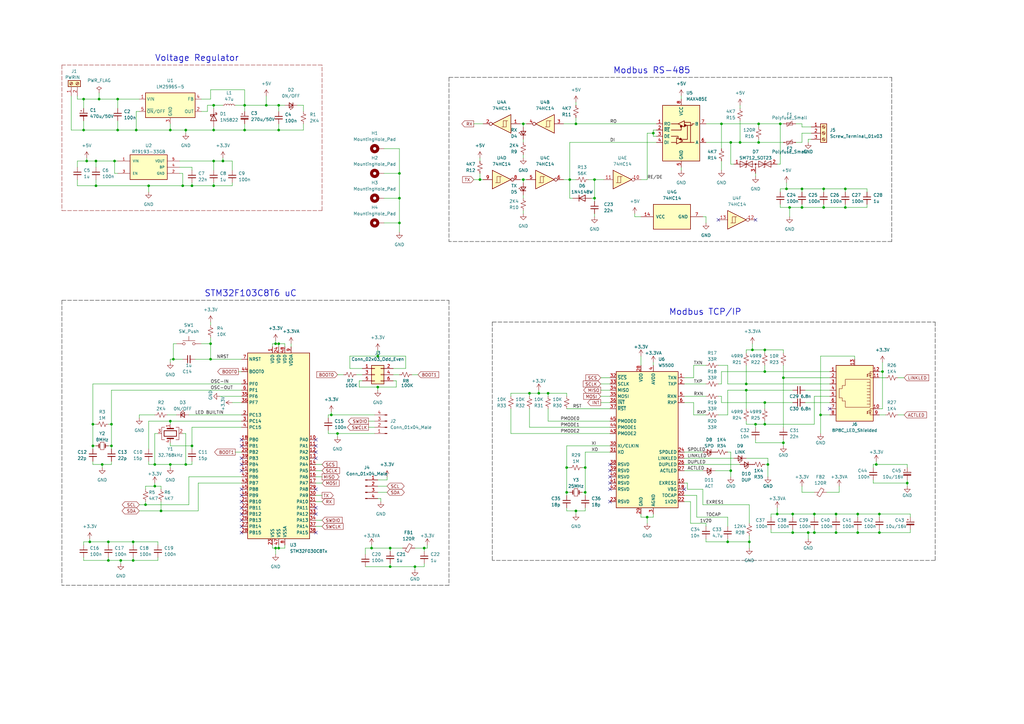
<source format=kicad_sch>
(kicad_sch (version 20250114) (generator "eeschema") (generator_version "9.0")
  (paper "A3")
  (lib_symbols
    (symbol "74xx:74HC14" (pin_names (offset 1.016))
      (property "Reference" "U" (at 0 1.27 0))
      (property "Value" "74HC14" (at 0 -1.27 0))
      (symbol "74HC14_1_0"
        (pin input line (at -7.62 0 0) (length 3.81) (name "~") (number "1"))
        (pin output inverted (at 7.62 0 180) (length 3.81) (name "~") (number "2"))
      )
      (symbol "74HC14_2_0"
        (pin input line (at -7.62 0 0) (length 3.81) (name "~") (number "3"))
        (pin output inverted (at 7.62 0 180) (length 3.81) (name "~") (number "4"))
      )
      (symbol "74HC14_3_0"
        (pin input line (at -7.62 0 0) (length 3.81) (name "~") (number "5"))
        (pin output inverted (at 7.62 0 180) (length 3.81) (name "~") (number "6"))
      )
      (symbol "74HC14_4_0"
        (pin input line (at -7.62 0 0) (length 3.81) (name "~") (number "9"))
        (pin output inverted (at 7.62 0 180) (length 3.81) (name "~") (number "8"))
      )
      (symbol "74HC14_5_0"
        (pin input line (at -7.62 0 0) (length 3.81) (name "~") (number "11"))
        (pin output inverted (at 7.62 0 180) (length 3.81) (name "~") (number "10"))
      )
      (symbol "74HC14_6_0"
        (pin input line (at -7.62 0 0) (length 3.81) (name "~") (number "13"))
        (pin output inverted (at 7.62 0 180) (length 3.81) (name "~") (number "12"))
      )
      (symbol "74HC14_7_0"
        (pin power_in line (at 0 12.7 270) (length 5.08) (name "VCC") (number "14"))
        (pin power_in line (at 0 -12.7 90) (length 5.08) (name "GND") (number "7"))
      )
    )
    (symbol "Connector:8P8C_LED_Shielded" (pin_names (offset 1.016))
      (property "Reference" "J?" (at 0 17.78 0))
      (property "Value" "8P8C_LED_Shielded" (at 0 15.24 0))
      (symbol "8P8C_LED_Shielded_1_1"
        (pin passive line (at -10.16 10.16 0) (length 2.54) (name "~") (number "9"))
        (pin passive line (at -10.16 7.62 0) (length 2.54) (name "~") (number "10"))
        (pin passive line (at -10.16 -5.08 0) (length 2.54) (name "~") (number "11"))
        (pin passive line (at -10.16 -7.62 0) (length 2.54) (name "~") (number "12"))
        (pin passive line (at 0 -12.7 90) (length 2.54) (name "~") (number "13"))
        (pin passive line (at 10.16 10.16 180) (length 2.54) (name "~") (number "8"))
        (pin passive line (at 10.16 7.62 180) (length 2.54) (name "~") (number "7"))
        (pin passive line (at 10.16 5.08 180) (length 2.54) (name "~") (number "6"))
        (pin passive line (at 10.16 2.54 180) (length 2.54) (name "~") (number "5"))
        (pin passive line (at 10.16 0 180) (length 2.54) (name "~") (number "4"))
        (pin passive line (at 10.16 -2.54 180) (length 2.54) (name "~") (number "3"))
        (pin passive line (at 10.16 -5.08 180) (length 2.54) (name "~") (number "2"))
        (pin passive line (at 10.16 -7.62 180) (length 2.54) (name "~") (number "1"))
      )
    )
    (symbol "Connector:Conn_01x04_Male" (pin_names (offset 1.016) (hide yes))
      (property "Reference" "J" (at 0 5.08 0))
      (property "Value" "Conn_01x04_Male" (at 0 -7.62 0))
      (symbol "Conn_01x04_Male_1_1"
        (pin passive line (at 5.08 2.54 180) (length 3.81) (name "Pin_1") (number "1"))
        (pin passive line (at 5.08 0 180) (length 3.81) (name "Pin_2") (number "2"))
        (pin passive line (at 5.08 -2.54 180) (length 3.81) (name "Pin_3") (number "3"))
        (pin passive line (at 5.08 -5.08 180) (length 3.81) (name "Pin_4") (number "4"))
      )
    )
    (symbol "Connector:Screw_Terminal_01x02" (pin_names (offset 1.016) (hide yes))
      (property "Reference" "J" (at 0 2.54 0))
      (property "Value" "Screw_Terminal_01x02" (at 0 -5.08 0))
      (symbol "Screw_Terminal_01x02_1_1"
        (pin passive line (at -5.08 0 0) (length 3.81) (name "Pin_1") (number "1"))
        (pin passive line (at -5.08 -2.54 0) (length 3.81) (name "Pin_2") (number "2"))
      )
    )
    (symbol "Connector:Screw_Terminal_01x03" (pin_names (offset 1.016) (hide yes))
      (property "Reference" "J" (at 0 5.08 0))
      (property "Value" "Screw_Terminal_01x03" (at 0 -5.08 0))
      (symbol "Screw_Terminal_01x03_1_1"
        (pin passive line (at -5.08 2.54 0) (length 3.81) (name "Pin_1") (number "1"))
        (pin passive line (at -5.08 0 0) (length 3.81) (name "Pin_2") (number "2"))
        (pin passive line (at -5.08 -2.54 0) (length 3.81) (name "Pin_3") (number "3"))
      )
    )
    (symbol "Connector_Generic:Conn_02x03_Odd_Even" (pin_names (offset 1.016) (hide yes))
      (property "Reference" "J" (at 1.27 5.08 0))
      (property "Value" "Conn_02x03_Odd_Even" (at 1.27 -5.08 0))
      (symbol "Conn_02x03_Odd_Even_1_1"
        (pin passive line (at -5.08 2.54 0) (length 3.81) (name "Pin_1") (number "1"))
        (pin passive line (at -5.08 0 0) (length 3.81) (name "Pin_3") (number "3"))
        (pin passive line (at -5.08 -2.54 0) (length 3.81) (name "Pin_5") (number "5"))
        (pin passive line (at 7.62 2.54 180) (length 3.81) (name "Pin_2") (number "2"))
        (pin passive line (at 7.62 0 180) (length 3.81) (name "Pin_4") (number "4"))
        (pin passive line (at 7.62 -2.54 180) (length 3.81) (name "Pin_6") (number "6"))
      )
    )
    (symbol "Device:C_Polarized_Small" (pin_numbers (hide yes)) (pin_names (offset 0.254) (hide yes))
      (property "Reference" "C" (at 0.254 1.778 0))
      (property "Value" "C_Polarized_Small" (at 0.254 -2.032 0))
      (symbol "C_Polarized_Small_1_1"
        (pin passive line (at 0 2.54 270) (length 1.8542) (name "~") (number "1"))
        (pin passive line (at 0 -2.54 90) (length 1.8542) (name "~") (number "2"))
      )
    )
    (symbol "Device:C_Small" (pin_numbers (hide yes)) (pin_names (offset 0.254) (hide yes))
      (property "Reference" "C" (at 0.254 1.778 0))
      (property "Value" "C_Small" (at 0.254 -2.032 0))
      (symbol "C_Small_1_1"
        (pin passive line (at 0 2.54 270) (length 2.032) (name "~") (number "1"))
        (pin passive line (at 0 -2.54 90) (length 2.032) (name "~") (number "2"))
      )
    )
    (symbol "Device:Crystal_GND23" (pin_names (offset 1.016) (hide yes))
      (property "Reference" "Y" (at 3.175 5.08 0))
      (property "Value" "Crystal_GND23" (at 3.175 3.175 0))
      (symbol "Crystal_GND23_1_1"
        (pin passive line (at -3.81 0 0) (length 1.27) (name "1") (number "1"))
        (pin passive line (at 0 5.08 270) (length 1.27) (name "2") (number "2"))
        (pin passive line (at 0 -5.08 90) (length 1.27) (name "3") (number "3"))
        (pin passive line (at 3.81 0 180) (length 1.27) (name "4") (number "4"))
      )
    )
    (symbol "Device:Crystal_Small" (pin_numbers (hide yes)) (pin_names (offset 1.016) (hide yes))
      (property "Reference" "Y" (at 0 2.54 0))
      (property "Value" "Crystal_Small" (at 0 -2.54 0))
      (symbol "Crystal_Small_1_1"
        (pin passive line (at -2.54 0 0) (length 1.27) (name "1") (number "1"))
        (pin passive line (at 2.54 0 180) (length 1.27) (name "2") (number "2"))
      )
    )
    (symbol "Device:FerriteBead_Small" (pin_numbers (hide yes)) (pin_names (offset 0))
      (property "Reference" "FB" (at 1.905 1.27 0))
      (property "Value" "FerriteBead_Small" (at 1.905 -1.27 0))
      (symbol "FerriteBead_Small_1_1"
        (pin passive line (at 0 2.54 270) (length 1.27) (name "~") (number "1"))
        (pin passive line (at 0 -2.54 90) (length 1.27) (name "~") (number "2"))
      )
    )
    (symbol "Device:LED_Small" (pin_numbers (hide yes)) (pin_names (offset 0.254) (hide yes))
      (property "Reference" "D" (at -1.27 3.175 0))
      (property "Value" "LED_Small" (at -4.445 -2.54 0))
      (symbol "LED_Small_1_1"
        (pin passive line (at -2.54 0 0) (length 1.778) (name "K") (number "1"))
        (pin passive line (at 2.54 0 180) (length 1.778) (name "A") (number "2"))
      )
    )
    (symbol "Device:L_Small" (pin_numbers (hide yes)) (pin_names (offset 0.254) (hide yes))
      (property "Reference" "L" (at 0.762 1.016 0))
      (property "Value" "L_Small" (at 0.762 -1.016 0))
      (symbol "L_Small_1_1"
        (pin passive line (at 0 2.54 270) (length 0.508) (name "~") (number "1"))
        (pin passive line (at 0 -2.54 90) (length 0.508) (name "~") (number "2"))
      )
    )
    (symbol "Device:Polyfuse_Small" (pin_numbers (hide yes)) (pin_names (offset 0))
      (property "Reference" "F" (at -1.905 0 90))
      (property "Value" "Polyfuse_Small" (at 1.905 0 90))
      (symbol "Polyfuse_Small_1_1"
        (pin passive line (at 0 2.54 270) (length 0.635) (name "~") (number "1"))
        (pin passive line (at 0 -2.54 90) (length 0.635) (name "~") (number "2"))
      )
    )
    (symbol "Device:R_Small_US" (pin_numbers (hide yes)) (pin_names (offset 0.254) (hide yes))
      (property "Reference" "R" (at 0.762 0.508 0))
      (property "Value" "R_Small_US" (at 0.762 -1.016 0))
      (symbol "R_Small_US_1_1"
        (pin passive line (at 0 2.54 270) (length 1.016) (name "~") (number "1"))
        (pin passive line (at 0 -2.54 90) (length 1.016) (name "~") (number "2"))
      )
    )
    (symbol "Diode:1N4148W" (pin_numbers (hide yes)) (pin_names (hide yes))
      (property "Reference" "D" (at 0 2.54 0))
      (property "Value" "1N4148W" (at 0 -2.54 0))
      (symbol "1N4148W_1_1"
        (pin passive line (at -3.81 0 0) (length 2.54) (name "K") (number "1"))
        (pin passive line (at 3.81 0 180) (length 2.54) (name "A") (number "2"))
      )
    )
    (symbol "Diode:1N5822" (pin_numbers (hide yes)) (pin_names (offset 1.016) (hide yes))
      (property "Reference" "D" (at 0 2.54 0))
      (property "Value" "1N5822" (at 0 -2.54 0))
      (symbol "1N5822_1_1"
        (pin passive line (at -3.81 0 0) (length 2.54) (name "K") (number "1"))
        (pin passive line (at 3.81 0 180) (length 2.54) (name "A") (number "2"))
      )
    )
    (symbol "Diode:SM712_SOT23" (pin_names (offset 1.016) (hide yes))
      (property "Reference" "D" (at 0 4.445 0))
      (property "Value" "SM712_SOT23" (at 0 2.54 0))
      (symbol "SM712_SOT23_1_1"
        (pin passive line (at -8.89 0 0) (length 2.54) (name "A1") (number "1"))
        (pin input line (at 0 -3.81 90) (length 2.54) (name "common") (number "3"))
        (pin passive line (at 8.89 0 180) (length 2.54) (name "A2") (number "2"))
      )
    )
    (symbol "Interface_Ethernet:W5500"
      (property "Reference" "U" (at -11.43 29.21 0))
      (property "Value" "W5500" (at 8.89 29.21 0))
      (symbol "W5500_1_1"
        (pin input line (at -15.24 25.4 0) (length 2.54) (name "~{SCS}") (number "32"))
        (pin input line (at -15.24 22.86 0) (length 2.54) (name "SCLK") (number "33"))
        (pin output line (at -15.24 20.32 0) (length 2.54) (name "MISO") (number "34"))
        (pin input line (at -15.24 17.78 0) (length 2.54) (name "MOSI") (number "35"))
        (pin input line (at -15.24 15.24 0) (length 2.54) (name "~{INT}") (number "36"))
        (pin input line (at -15.24 12.7 0) (length 2.54) (name "~{RST}") (number "37"))
        (pin input line (at -15.24 7.62 0) (length 2.54) (name "PMODE0") (number "45"))
        (pin input line (at -15.24 5.08 0) (length 2.54) (name "PMODE1") (number "44"))
        (pin input line (at -15.24 2.54 0) (length 2.54) (name "PMODE2") (number "43"))
        (pin input line (at -15.24 -2.54 0) (length 2.54) (name "XI/CLKIN") (number "30"))
        (pin output line (at -15.24 -5.08 0) (length 2.54) (name "XO") (number "31"))
        (pin input line (at -15.24 -10.16 0) (length 2.54) (name "RSVD") (number "38"))
        (pin input line (at -15.24 -12.7 0) (length 2.54) (name "RSVD") (number "39"))
        (pin input line (at -15.24 -15.24 0) (length 2.54) (name "RSVD") (number "40"))
        (pin input line (at -15.24 -17.78 0) (length 2.54) (name "RSVD") (number "41"))
        (pin input line (at -15.24 -20.32 0) (length 2.54) (name "RSVD") (number "42"))
        (pin input line (at -15.24 -25.4 0) (length 2.54) (name "RSVD") (number "23"))
        (pin power_in line (at -2.54 30.48 270) (length 2.54) (name "VDD") (number "28"))
        (pin power_in line (at -2.54 -30.48 90) (length 2.54) (name "GND") (number "29"))
        (pin passive line (at 2.54 30.48 270) (length 2.54) (hide yes) (name "AVDD") (number "11"))
        (pin passive line (at 2.54 30.48 270) (length 2.54) (hide yes) (name "AVDD") (number "15"))
        (pin passive line (at 2.54 30.48 270) (length 2.54) (hide yes) (name "AVDD") (number "17"))
        (pin passive line (at 2.54 30.48 270) (length 2.54) (hide yes) (name "AVDD") (number "21"))
        (pin power_in line (at 2.54 30.48 270) (length 2.54) (name "AVDD") (number "4"))
        (pin passive line (at 2.54 30.48 270) (length 2.54) (hide yes) (name "AVDD") (number "8"))
        (pin passive line (at 2.54 -30.48 90) (length 2.54) (hide yes) (name "AGND") (number "14"))
        (pin passive line (at 2.54 -30.48 90) (length 2.54) (hide yes) (name "AGND") (number "16"))
        (pin passive line (at 2.54 -30.48 90) (length 2.54) (hide yes) (name "AGND") (number "19"))
        (pin power_in line (at 2.54 -30.48 90) (length 2.54) (name "AGND") (number "3"))
        (pin passive line (at 2.54 -30.48 90) (length 2.54) (hide yes) (name "AGND") (number "48"))
        (pin passive line (at 2.54 -30.48 90) (length 2.54) (hide yes) (name "AGND") (number "9"))
        (pin no_connect line (at 12.7 10.16 180) (length 2.54) (hide yes) (name "DNC") (number "7"))
        (pin no_connect line (at 12.7 7.62 180) (length 2.54) (hide yes) (name "NC") (number "12"))
        (pin no_connect line (at 12.7 5.08 180) (length 2.54) (hide yes) (name "NC") (number "13"))
        (pin no_connect line (at 12.7 2.54 180) (length 2.54) (hide yes) (name "NC") (number "46"))
        (pin no_connect line (at 12.7 0 180) (length 2.54) (hide yes) (name "NC") (number "47"))
        (pin output line (at 15.24 25.4 180) (length 2.54) (name "TXN") (number "1"))
        (pin output line (at 15.24 22.86 180) (length 2.54) (name "TXP") (number "2"))
        (pin input line (at 15.24 17.78 180) (length 2.54) (name "RXN") (number "5"))
        (pin input line (at 15.24 15.24 180) (length 2.54) (name "RXP") (number "6"))
        (pin output line (at 15.24 -5.08 180) (length 2.54) (name "SPDLED") (number "24"))
        (pin output line (at 15.24 -7.62 180) (length 2.54) (name "LINKLED") (number "25"))
        (pin output line (at 15.24 -10.16 180) (length 2.54) (name "DUPLED") (number "26"))
        (pin output line (at 15.24 -12.7 180) (length 2.54) (name "ACTLED") (number "27"))
        (pin passive line (at 15.24 -17.78 180) (length 2.54) (name "EXRES1") (number "10"))
        (pin passive line (at 15.24 -20.32 180) (length 2.54) (name "VBG") (number "18"))
        (pin passive line (at 15.24 -22.86 180) (length 2.54) (name "TOCAP") (number "20"))
        (pin output line (at 15.24 -25.4 180) (length 2.54) (name "1V2O") (number "22"))
      )
    )
    (symbol "Interface_UART:MAX485E"
      (property "Reference" "U" (at -6.096 11.43 0))
      (property "Value" "MAX485E" (at 0.762 11.43 0))
      (symbol "MAX485E_1_1"
        (pin output line (at -10.16 2.54 0) (length 2.54) (name "RO") (number "1"))
        (pin input line (at -10.16 0 0) (length 2.54) (name "~{RE}") (number "2"))
        (pin input line (at -10.16 -2.54 0) (length 2.54) (name "DE") (number "3"))
        (pin input line (at -10.16 -5.08 0) (length 2.54) (name "DI") (number "4"))
        (pin power_in line (at 0 12.7 270) (length 2.54) (name "VCC") (number "8"))
        (pin power_in line (at 0 -15.24 90) (length 2.54) (name "GND") (number "5"))
        (pin bidirectional line (at 10.16 2.54 180) (length 2.54) (name "B") (number "7"))
        (pin bidirectional line (at 10.16 -5.08 180) (length 2.54) (name "A") (number "6"))
      )
    )
    (symbol "MCU_ST_STM32F0:STM32F030C8Tx"
      (property "Reference" "U" (at -12.7 39.37 0))
      (property "Value" "STM32F030C8Tx" (at 7.62 39.37 0))
      (symbol "STM32F030C8Tx_1_1"
        (pin input line (at -15.24 35.56 0) (length 2.54) (name "NRST") (number "7"))
        (pin input line (at -15.24 30.48 0) (length 2.54) (name "BOOT0") (number "44"))
        (pin input line (at -15.24 25.4 0) (length 2.54) (name "PF0") (number "5"))
        (pin input line (at -15.24 22.86 0) (length 2.54) (name "PF1") (number "6"))
        (pin bidirectional line (at -15.24 20.32 0) (length 2.54) (name "PF6") (number "35"))
        (pin bidirectional line (at -15.24 17.78 0) (length 2.54) (name "PF7") (number "36"))
        (pin bidirectional line (at -15.24 12.7 0) (length 2.54) (name "PC13") (number "2"))
        (pin bidirectional line (at -15.24 10.16 0) (length 2.54) (name "PC14") (number "3"))
        (pin bidirectional line (at -15.24 7.62 0) (length 2.54) (name "PC15") (number "4"))
        (pin bidirectional line (at -15.24 2.54 0) (length 2.54) (name "PB0") (number "18"))
        (pin bidirectional line (at -15.24 0 0) (length 2.54) (name "PB1") (number "19"))
        (pin bidirectional line (at -15.24 -2.54 0) (length 2.54) (name "PB2") (number "20"))
        (pin bidirectional line (at -15.24 -5.08 0) (length 2.54) (name "PB3") (number "39"))
        (pin bidirectional line (at -15.24 -7.62 0) (length 2.54) (name "PB4") (number "40"))
        (pin bidirectional line (at -15.24 -10.16 0) (length 2.54) (name "PB5") (number "41"))
        (pin bidirectional line (at -15.24 -12.7 0) (length 2.54) (name "PB6") (number "42"))
        (pin bidirectional line (at -15.24 -15.24 0) (length 2.54) (name "PB7") (number "43"))
        (pin bidirectional line (at -15.24 -17.78 0) (length 2.54) (name "PB8") (number "45"))
        (pin bidirectional line (at -15.24 -20.32 0) (length 2.54) (name "PB9") (number "46"))
        (pin bidirectional line (at -15.24 -22.86 0) (length 2.54) (name "PB10") (number "21"))
        (pin bidirectional line (at -15.24 -25.4 0) (length 2.54) (name "PB11") (number "22"))
        (pin bidirectional line (at -15.24 -27.94 0) (length 2.54) (name "PB12") (number "25"))
        (pin bidirectional line (at -15.24 -30.48 0) (length 2.54) (name "PB13") (number "26"))
        (pin bidirectional line (at -15.24 -33.02 0) (length 2.54) (name "PB14") (number "27"))
        (pin bidirectional line (at -15.24 -35.56 0) (length 2.54) (name "PB15") (number "28"))
        (pin power_in line (at -2.54 40.64 270) (length 2.54) (name "VDD") (number "1"))
        (pin power_in line (at -2.54 -40.64 90) (length 2.54) (name "VSS") (number "23"))
        (pin power_in line (at 0 40.64 270) (length 2.54) (name "VDD") (number "24"))
        (pin power_in line (at 0 -40.64 90) (length 2.54) (name "VSS") (number "47"))
        (pin power_in line (at 2.54 40.64 270) (length 2.54) (name "VDD") (number "48"))
        (pin power_in line (at 2.54 -40.64 90) (length 2.54) (name "VSSA") (number "8"))
        (pin power_in line (at 5.08 40.64 270) (length 2.54) (name "VDDA") (number "9"))
        (pin bidirectional line (at 15.24 2.54 180) (length 2.54) (name "PA0") (number "10"))
        (pin bidirectional line (at 15.24 0 180) (length 2.54) (name "PA1") (number "11"))
        (pin bidirectional line (at 15.24 -2.54 180) (length 2.54) (name "PA2") (number "12"))
        (pin bidirectional line (at 15.24 -5.08 180) (length 2.54) (name "PA3") (number "13"))
        (pin bidirectional line (at 15.24 -7.62 180) (length 2.54) (name "PA4") (number "14"))
        (pin bidirectional line (at 15.24 -10.16 180) (length 2.54) (name "PA5") (number "15"))
        (pin bidirectional line (at 15.24 -12.7 180) (length 2.54) (name "PA6") (number "16"))
        (pin bidirectional line (at 15.24 -15.24 180) (length 2.54) (name "PA7") (number "17"))
        (pin bidirectional line (at 15.24 -17.78 180) (length 2.54) (name "PA8") (number "29"))
        (pin bidirectional line (at 15.24 -20.32 180) (length 2.54) (name "PA9") (number "30"))
        (pin bidirectional line (at 15.24 -22.86 180) (length 2.54) (name "PA10") (number "31"))
        (pin bidirectional line (at 15.24 -25.4 180) (length 2.54) (name "PA11") (number "32"))
        (pin bidirectional line (at 15.24 -27.94 180) (length 2.54) (name "PA12") (number "33"))
        (pin bidirectional line (at 15.24 -30.48 180) (length 2.54) (name "PA13") (number "34"))
        (pin bidirectional line (at 15.24 -33.02 180) (length 2.54) (name "PA14") (number "37"))
        (pin bidirectional line (at 15.24 -35.56 180) (length 2.54) (name "PA15") (number "38"))
      )
    )
    (symbol "Mechanical:MountingHole_Pad" (pin_numbers (hide yes)) (pin_names (offset 1.016) (hide yes))
      (property "Reference" "H" (at 0 6.35 0))
      (property "Value" "MountingHole_Pad" (at 0 4.445 0))
      (symbol "MountingHole_Pad_1_1"
        (pin input line (at 0 -2.54 90) (length 2.54) (name "1") (number "1"))
      )
    )
    (symbol "RT9193-33GB:RT9193-33GB" (pin_names (offset 1.016))
      (property "Reference" "U" (at -6.3582 6.3582 0))
      (property "Value" "RT9193-33GB" (at -6.3733 -8.9227 0))
      (symbol "RT9193-33GB_0_0"
        (pin input line (at -12.7 2.54 0) (length 5.08) (name "VIN") (number "1"))
        (pin input line (at -12.7 -2.54 0) (length 5.08) (name "EN") (number "3"))
        (pin output line (at 12.7 2.54 180) (length 5.08) (name "VOUT") (number "5"))
        (pin passive line (at 12.7 0 180) (length 5.08) (name "BP") (number "4"))
        (pin power_in line (at 12.7 -2.54 180) (length 5.08) (name "GND") (number "2"))
      )
    )
    (symbol "Regulator_Switching:LM2596S-5"
      (property "Reference" "U" (at -10.16 6.35 0))
      (property "Value" "LM2596S-5" (at 0 6.35 0))
      (symbol "LM2596S-5_1_1"
        (pin power_in line (at -12.7 2.54 0) (length 2.54) (name "VIN") (number "1"))
        (pin input line (at -12.7 -2.54 0) (length 2.54) (name "~{ON}/OFF") (number "5"))
        (pin power_in line (at 0 -7.62 90) (length 2.54) (name "GND") (number "3"))
        (pin input line (at 12.7 2.54 180) (length 2.54) (name "FB") (number "4"))
        (pin output line (at 12.7 -2.54 180) (length 2.54) (name "OUT") (number "2"))
      )
    )
    (symbol "Switch:SW_Push" (pin_numbers (hide yes)) (pin_names (offset 1.016) (hide yes))
      (property "Reference" "SW" (at 1.27 2.54 0))
      (property "Value" "SW_Push" (at 0 -1.524 0))
      (symbol "SW_Push_0_1"
        (pin passive line (at -5.08 0 0) (length 2.54) (name "1") (number "1"))
        (pin passive line (at 5.08 0 180) (length 2.54) (name "2") (number "2"))
      )
    )
    (symbol "power:+3.3V" (power) (pin_names (offset 0))
      (property "Value" "+3.3V" (at 0 3.556 0))
      (symbol "+3.3V_1_1"
        (pin power_in line (at 0 0 90) (length 0) (hide yes) (name "+3.3V") (number "1"))
      )
    )
    (symbol "power:+3.3VA" (power) (pin_names (offset 0))
      (property "Value" "+3.3VA" (at 0 3.556 0))
      (symbol "+3.3VA_1_1"
        (pin power_in line (at 0 0 90) (length 0) (hide yes) (name "+3.3VA") (number "1"))
      )
    )
    (symbol "power:+5V" (power) (pin_names (offset 0))
      (property "Value" "+5V" (at 0 3.556 0))
      (symbol "+5V_1_1"
        (pin power_in line (at 0 0 90) (length 0) (hide yes) (name "+5V") (number "1"))
      )
    )
    (symbol "power:GND" (power) (pin_names (offset 0))
      (property "Value" "GND" (at 0 -3.81 0))
      (symbol "GND_1_1"
        (pin power_in line (at 0 0 270) (length 0) (hide yes) (name "GND") (number "1"))
      )
    )
    (symbol "power:PWR_FLAG" (power) (pin_numbers (hide yes)) (pin_names (offset 0) (hide yes))
      (property "Value" "PWR_FLAG" (at 0 3.81 0))
      (symbol "PWR_FLAG_0_0"
        (pin power_out line (at 0 0 90) (length 0) (name "pwr") (number "1"))
      )
    )
  )
  (text "Voltage Regulator" (at 63.5 25.4 0) (effects (font (size 2.54 2.54) (thickness 0.254) (bold yes)) (justify left bottom)))
  (text "Modbus TCP/IP" (at 274.32 129.54 0) (effects (font (size 2.54 2.54) (thickness 0.254) (bold yes)) (justify left bottom)))
  (text "Modbus RS-485" (at 251.46 30.48 0) (effects (font (size 2.54 2.54) (thickness 0.254) (bold yes)) (justify left bottom)))
  (text "STM32F103C8T6 uC" (at 83.82 121.92 0) (effects (font (size 2.54 2.54) (thickness 0.254) (bold yes)) (justify left bottom)))
  (junction (at 154.94 146.05))
  (junction (at 163.83 81.28))
  (junction (at 233.68 73.66))
  (junction (at 40.64 40.64))
  (junction (at 336.55 170.18))
  (junction (at 342.9 218.44))
  (junction (at 243.84 81.28))
  (junction (at 307.34 222.25))
  (junction (at 78.74 76.2))
  (junction (at 152.4 224.79))
  (junction (at 100.33 53.34))
  (junction (at 325.12 218.44))
  (junction (at 298.45 222.25))
  (junction (at 299.72 58.42))
  (junction (at 163.83 71.12))
  (junction (at 360.68 218.44))
  (junction (at 236.22 50.8))
  (junction (at 311.15 58.42))
  (junction (at 35.56 66.04))
  (junction (at 323.85 85.09))
  (junction (at 69.85 172.72))
  (junction (at 76.2 190.5))
  (junction (at 265.43 212.09))
  (junction (at 320.04 50.8))
  (junction (at 44.45 229.87))
  (junction (at 318.77 210.82))
  (junction (at 359.41 190.5))
  (junction (at 38.1 182.88))
  (junction (at 114.3 224.79))
  (junction (at 217.17 161.29))
  (junction (at 34.29 53.34))
  (junction (at 360.68 210.82))
  (junction (at 45.72 173.99))
  (junction (at 313.69 173.99))
  (junction (at 78.74 182.88))
  (junction (at 69.85 53.34))
  (junction (at 267.97 54.61))
  (junction (at 337.82 77.47))
  (junction (at 48.26 53.34))
  (junction (at 36.83 222.25))
  (junction (at 59.69 207.01))
  (junction (at 114.3 53.34))
  (junction (at 170.18 232.41))
  (junction (at 66.04 209.55))
  (junction (at 60.96 76.2))
  (junction (at 321.31 154.94))
  (junction (at 351.79 210.82))
  (junction (at 49.53 229.87))
  (junction (at 334.01 210.82))
  (junction (at 311.15 50.8))
  (junction (at 160.02 224.79))
  (junction (at 361.95 152.4))
  (junction (at 41.91 190.5))
  (junction (at 76.2 53.34))
  (junction (at 109.22 43.18))
  (junction (at 87.63 66.04))
  (junction (at 351.79 218.44))
  (junction (at 243.84 73.66))
  (junction (at 46.99 66.04))
  (junction (at 303.53 58.42))
  (junction (at 39.37 76.2))
  (junction (at 313.69 152.4))
  (junction (at 309.88 173.99))
  (junction (at 45.72 182.88))
  (junction (at 325.12 210.82))
  (junction (at 240.03 201.93))
  (junction (at 240.03 191.77))
  (junction (at 87.63 53.34))
  (junction (at 308.61 143.51))
  (junction (at 87.63 43.18))
  (junction (at 214.63 50.8))
  (junction (at 306.07 157.48))
  (junction (at 63.5 190.5))
  (junction (at 342.9 210.82))
  (junction (at 328.93 77.47))
  (junction (at 114.3 43.18))
  (junction (at 113.03 224.79))
  (junction (at 63.5 199.39))
  (junction (at 91.44 66.04))
  (junction (at 334.01 218.44))
  (junction (at 220.98 161.29))
  (junction (at 232.41 191.77))
  (junction (at 160.02 232.41))
  (junction (at 55.88 53.34))
  (junction (at 54.61 229.87))
  (junction (at 138.43 177.8))
  (junction (at 196.85 73.66))
  (junction (at 313.69 165.1))
  (junction (at 313.69 143.51))
  (junction (at 346.71 77.47))
  (junction (at 114.3 140.97))
  (junction (at 173.99 224.79))
  (junction (at 372.11 198.12))
  (junction (at 328.93 85.09))
  (junction (at 39.37 66.04))
  (junction (at 48.26 40.64))
  (junction (at 34.29 40.64))
  (junction (at 224.79 161.29))
  (junction (at 154.94 158.75))
  (junction (at 71.12 147.32))
  (junction (at 322.58 77.47))
  (junction (at 69.85 190.5))
  (junction (at 135.89 170.18))
  (junction (at 100.33 43.18))
  (junction (at 232.41 201.93))
  (junction (at 38.1 173.99))
  (junction (at 214.63 73.66))
  (junction (at 74.93 76.2))
  (junction (at 113.03 140.97))
  (junction (at 321.31 181.61))
  (junction (at 163.83 91.44))
  (junction (at 346.71 85.09))
  (junction (at 306.07 160.02))
  (junction (at 295.91 50.8))
  (junction (at 331.47 218.44))
  (junction (at 54.61 222.25))
  (junction (at 87.63 76.2))
  (junction (at 86.36 140.97))
  (junction (at 236.22 209.55))
  (junction (at 337.82 85.09))
  (junction (at 314.96 190.5))
  (junction (at 44.45 222.25))
  (junction (at 86.36 147.32))
  (junction (at 299.72 193.04))
  (no_connect (at 340.36 167.64))
  (no_connect (at 99.06 203.2))
  (no_connect (at 250.19 195.58))
  (no_connect (at 99.06 213.36))
  (no_connect (at 129.54 210.82))
  (no_connect (at 129.54 200.66))
  (no_connect (at 129.54 218.44))
  (no_connect (at 99.06 210.82))
  (no_connect (at 280.67 200.66))
  (no_connect (at 129.54 185.42))
  (no_connect (at 99.06 200.66))
  (no_connect (at 250.19 193.04))
  (no_connect (at 99.06 193.04))
  (no_connect (at 129.54 180.34))
  (no_connect (at 250.19 205.74))
  (no_connect (at 99.06 180.34))
  (no_connect (at 99.06 215.9))
  (no_connect (at 294.64 90.17))
  (no_connect (at 250.19 190.5))
  (no_connect (at 99.06 187.96))
  (no_connect (at 309.88 90.17))
  (no_connect (at 99.06 182.88))
  (no_connect (at 99.06 218.44))
  (no_connect (at 250.19 198.12))
  (no_connect (at 99.06 208.28))
  (no_connect (at 99.06 190.5))
  (no_connect (at 99.06 205.74))
  (no_connect (at 129.54 208.28))
  (no_connect (at 129.54 187.96))
  (no_connect (at 129.54 182.88))
  (no_connect (at 250.19 200.66))
  (polyline (pts (xy 132.08 26.67) (xy 25.4 26.67)) (stroke (width 0) (type dash) (color 132 0 0 1)))
  (wire (pts (xy 220.98 160.02) (xy 220.98 161.29)))
  (wire (pts (xy 96.52 185.42) (xy 99.06 185.42)))
  (wire (pts (xy 214.63 50.8) (xy 215.9 50.8)))
  (wire (pts (xy 41.91 190.5) (xy 45.72 190.5)))
  (wire (pts (xy 217.17 175.26) (xy 217.17 167.64)))
  (wire (pts (xy 90.17 162.56) (xy 99.06 162.56)))
  (wire (pts (xy 173.99 232.41) (xy 170.18 232.41)))
  (wire (pts (xy 280.67 203.2) (xy 285.75 203.2)))
  (wire (pts (xy 54.61 222.25) (xy 64.77 222.25)))
  (wire (pts (xy 63.5 190.5) (xy 69.85 190.5)))
  (wire (pts (xy 100.33 36.83) (xy 100.33 43.18)))
  (wire (pts (xy 314.96 187.96) (xy 314.96 190.5)))
  (wire (pts (xy 48.26 40.64) (xy 57.15 40.64)))
  (wire (pts (xy 232.41 209.55) (xy 236.22 209.55)))
  (wire (pts (xy 57.15 207.01) (xy 59.69 207.01)))
  (wire (pts (xy 71.12 147.32) (xy 71.12 140.97)))
  (polyline (pts (xy 25.4 123.19) (xy 25.4 240.03)) (stroke (width 0) (type dash) (color 0 0 0 1)))
  (wire (pts (xy 311.15 50.8) (xy 320.04 50.8)))
  (wire (pts (xy 196.85 73.66) (xy 198.12 73.66)))
  (wire (pts (xy 311.15 57.15) (xy 311.15 58.42)))
  (wire (pts (xy 243.84 81.28) (xy 243.84 73.66)))
  (wire (pts (xy 69.85 182.88) (xy 78.74 182.88)))
  (wire (pts (xy 29.21 53.34) (xy 34.29 53.34)))
  (wire (pts (xy 34.29 222.25) (xy 36.83 222.25)))
  (wire (pts (xy 360.68 210.82) (xy 373.38 210.82)))
  (wire (pts (xy 54.61 229.87) (xy 64.77 229.87)))
  (wire (pts (xy 328.93 50.8) (xy 328.93 52.07)))
  (wire (pts (xy 45.72 182.88) (xy 45.72 173.99)))
  (wire (pts (xy 113.03 224.79) (xy 113.03 227.33)))
  (wire (pts (xy 109.22 43.18) (xy 114.3 43.18)))
  (wire (pts (xy 238.76 191.77) (xy 240.03 191.77)))
  (wire (pts (xy 298.45 220.98) (xy 298.45 222.25)))
  (wire (pts (xy 76.2 177.8) (xy 76.2 190.5)))
  (wire (pts (xy 100.33 50.8) (xy 100.33 53.34)))
  (wire (pts (xy 372.11 198.12) (xy 372.11 196.85)))
  (polyline (pts (xy 184.15 31.75) (xy 365.76 31.75)) (stroke (width 0) (type dash) (color 0 0 0 1)))
  (wire (pts (xy 64.77 222.25) (xy 64.77 223.52)))
  (wire (pts (xy 318.77 208.28) (xy 318.77 210.82)))
  (wire (pts (xy 63.5 177.8) (xy 64.77 177.8)))
  (wire (pts (xy 147.32 158.75) (xy 154.94 158.75)))
  (wire (pts (xy 334.01 217.17) (xy 334.01 218.44)))
  (wire (pts (xy 29.21 39.37) (xy 29.21 53.34)))
  (wire (pts (xy 31.75 40.64) (xy 34.29 40.64)))
  (wire (pts (xy 116.84 224.79) (xy 116.84 223.52)))
  (wire (pts (xy 209.55 162.56) (xy 209.55 161.29)))
  (wire (pts (xy 45.72 173.99) (xy 45.72 160.02)))
  (wire (pts (xy 306.07 143.51) (xy 308.61 143.51)))
  (wire (pts (xy 134.62 171.45) (xy 134.62 170.18)))
  (wire (pts (xy 55.88 45.72) (xy 57.15 45.72)))
  (wire (pts (xy 78.74 175.26) (xy 78.74 182.88)))
  (wire (pts (xy 334.01 210.82) (xy 334.01 212.09)))
  (wire (pts (xy 77.47 170.18) (xy 99.06 170.18)))
  (wire (pts (xy 76.2 190.5) (xy 78.74 190.5)))
  (wire (pts (xy 74.93 147.32) (xy 71.12 147.32)))
  (wire (pts (xy 44.45 173.99) (xy 45.72 173.99)))
  (wire (pts (xy 280.67 205.74) (xy 283.21 205.74)))
  (wire (pts (xy 236.22 209.55) (xy 240.03 209.55)))
  (wire (pts (xy 74.93 177.8) (xy 76.2 177.8)))
  (wire (pts (xy 38.1 173.99) (xy 39.37 173.99)))
  (wire (pts (xy 213.36 73.66) (xy 214.63 73.66)))
  (wire (pts (xy 38.1 173.99) (xy 38.1 182.88)))
  (wire (pts (xy 154.94 146.05) (xy 166.37 146.05)))
  (wire (pts (xy 342.9 218.44) (xy 351.79 218.44)))
  (wire (pts (xy 311.15 58.42) (xy 321.31 58.42)))
  (wire (pts (xy 337.82 77.47) (xy 346.71 77.47)))
  (wire (pts (xy 134.62 177.8) (xy 134.62 176.53)))
  (wire (pts (xy 57.15 170.18) (xy 63.5 170.18)))
  (wire (pts (xy 154.94 158.75) (xy 154.94 160.02)))
  (wire (pts (xy 234.95 81.28) (xy 233.68 81.28)))
  (wire (pts (xy 320.04 78.74) (xy 320.04 77.47)))
  (wire (pts (xy 95.25 76.2) (xy 95.25 74.93)))
  (wire (pts (xy 39.37 66.04) (xy 46.99 66.04)))
  (wire (pts (xy 285.75 212.09) (xy 298.45 212.09)))
  (wire (pts (xy 325.12 210.82) (xy 325.12 212.09)))
  (wire (pts (xy 284.48 165.1) (xy 284.48 170.18)))
  (wire (pts (xy 262.89 146.05) (xy 262.89 149.86)))
  (wire (pts (xy 95.25 66.04) (xy 91.44 66.04)))
  (wire (pts (xy 355.6 85.09) (xy 355.6 83.82)))
  (wire (pts (xy 243.84 73.66) (xy 247.65 73.66)))
  (wire (pts (xy 265.43 212.09) (xy 267.97 212.09)))
  (wire (pts (xy 78.74 175.26) (xy 99.06 175.26)))
  (wire (pts (xy 232.41 201.93) (xy 232.41 203.2)))
  (wire (pts (xy 74.93 71.12) (xy 74.93 76.2)))
  (wire (pts (xy 66.04 205.74) (xy 66.04 209.55)))
  (wire (pts (xy 95.25 165.1) (xy 99.06 165.1)))
  (wire (pts (xy 209.55 161.29) (xy 217.17 161.29)))
  (wire (pts (xy 114.3 43.18) (xy 114.3 45.72)))
  (wire (pts (xy 34.29 229.87) (xy 44.45 229.87)))
  (wire (pts (xy 295.91 50.8) (xy 295.91 60.96)))
  (wire (pts (xy 45.72 184.15) (xy 45.72 182.88)))
  (wire (pts (xy 309.88 173.99) (xy 313.69 173.99)))
  (wire (pts (xy 147.32 156.21) (xy 147.32 158.75)))
  (wire (pts (xy 157.48 60.96) (xy 163.83 60.96)))
  (wire (pts (xy 334.01 173.99) (xy 313.69 173.99)))
  (wire (pts (xy 82.55 140.97) (xy 86.36 140.97)))
  (wire (pts (xy 59.69 205.74) (xy 59.69 207.01)))
  (wire (pts (xy 81.28 198.12) (xy 81.28 209.55)))
  (wire (pts (xy 69.85 147.32) (xy 71.12 147.32)))
  (wire (pts (xy 119.38 140.97) (xy 119.38 142.24)))
  (wire (pts (xy 328.93 77.47) (xy 337.82 77.47)))
  (wire (pts (xy 308.61 140.97) (xy 308.61 143.51)))
  (wire (pts (xy 360.68 217.17) (xy 360.68 218.44)))
  (wire (pts (xy 340.36 162.56) (xy 334.01 162.56)))
  (wire (pts (xy 232.41 191.77) (xy 233.68 191.77)))
  (wire (pts (xy 325.12 218.44) (xy 331.47 218.44)))
  (wire (pts (xy 69.85 181.61) (xy 69.85 182.88)))
  (wire (pts (xy 113.03 140.97) (xy 114.3 140.97)))
  (wire (pts (xy 328.93 201.93) (xy 334.01 201.93)))
  (wire (pts (xy 100.33 43.18) (xy 109.22 43.18)))
  (wire (pts (xy 34.29 53.34) (xy 34.29 49.53)))
  (wire (pts (xy 283.21 205.74) (xy 283.21 214.63)))
  (wire (pts (xy 331.47 58.42) (xy 331.47 57.15)))
  (wire (pts (xy 240.03 203.2) (xy 240.03 201.93)))
  (wire (pts (xy 350.52 147.32) (xy 350.52 146.05)))
  (wire (pts (xy 298.45 212.09) (xy 298.45 215.9)))
  (wire (pts (xy 325.12 210.82) (xy 334.01 210.82)))
  (wire (pts (xy 57.15 209.55) (xy 66.04 209.55)))
  (wire (pts (xy 316.23 210.82) (xy 318.77 210.82)))
  (wire (pts (xy 124.46 43.18) (xy 124.46 45.72)))
  (wire (pts (xy 236.22 209.55) (xy 236.22 210.82)))
  (wire (pts (xy 170.18 224.79) (xy 173.99 224.79)))
  (wire (pts (xy 100.33 43.18) (xy 100.33 45.72)))
  (wire (pts (xy 361.95 152.4) (xy 360.68 152.4)))
  (wire (pts (xy 232.41 167.64) (xy 250.19 167.64)))
  (polyline (pts (xy 365.76 31.75) (xy 365.76 99.06)) (stroke (width 0) (type dash) (color 0 0 0 1)))
  (wire (pts (xy 86.36 147.32) (xy 99.06 147.32)))
  (wire (pts (xy 358.14 190.5) (xy 358.14 191.77)))
  (wire (pts (xy 173.99 231.14) (xy 173.99 232.41)))
  (wire (pts (xy 309.88 71.12) (xy 309.88 72.39)))
  (wire (pts (xy 143.51 151.13) (xy 143.51 146.05)))
  (wire (pts (xy 289.56 50.8) (xy 295.91 50.8)))
  (wire (pts (xy 38.1 190.5) (xy 41.91 190.5)))
  (wire (pts (xy 85.09 45.72) (xy 85.09 43.18)))
  (wire (pts (xy 86.36 40.64) (xy 86.36 36.83)))
  (wire (pts (xy 64.77 229.87) (xy 64.77 228.6)))
  (wire (pts (xy 262.89 212.09) (xy 265.43 212.09)))
  (wire (pts (xy 233.68 81.28) (xy 233.68 73.66)))
  (wire (pts (xy 232.41 182.88) (xy 250.19 182.88)))
  (wire (pts (xy 34.29 40.64) (xy 40.64 40.64)))
  (wire (pts (xy 246.38 165.1) (xy 250.19 165.1)))
  (wire (pts (xy 66.04 209.55) (xy 81.28 209.55)))
  (wire (pts (xy 298.45 185.42) (xy 299.72 185.42)))
  (wire (pts (xy 129.54 190.5) (xy 132.08 190.5)))
  (wire (pts (xy 194.31 73.66) (xy 196.85 73.66)))
  (wire (pts (xy 346.71 77.47) (xy 355.6 77.47)))
  (wire (pts (xy 151.13 175.26) (xy 153.67 175.26)))
  (wire (pts (xy 298.45 149.86) (xy 294.64 149.86)))
  (wire (pts (xy 175.26 223.52) (xy 175.26 224.79)))
  (wire (pts (xy 194.31 50.8) (xy 198.12 50.8)))
  (wire (pts (xy 73.66 66.04) (xy 87.63 66.04)))
  (wire (pts (xy 34.29 228.6) (xy 34.29 229.87)))
  (wire (pts (xy 78.74 68.58) (xy 78.74 69.85)))
  (wire (pts (xy 337.82 77.47) (xy 337.82 78.74)))
  (wire (pts (xy 358.14 198.12) (xy 372.11 198.12)))
  (wire (pts (xy 44.45 222.25) (xy 44.45 223.52)))
  (wire (pts (xy 265.43 73.66) (xy 265.43 54.61)))
  (wire (pts (xy 336.55 170.18) (xy 336.55 177.8)))
  (wire (pts (xy 60.96 172.72) (xy 60.96 184.15)))
  (wire (pts (xy 313.69 165.1) (xy 313.69 167.64)))
  (wire (pts (xy 41.91 190.5) (xy 41.91 191.77)))
  (wire (pts (xy 87.63 66.04) (xy 87.63 69.85)))
  (wire (pts (xy 69.85 50.8) (xy 69.85 53.34)))
  (wire (pts (xy 49.53 229.87) (xy 49.53 231.14)))
  (wire (pts (xy 196.85 73.66) (xy 196.85 71.12)))
  (wire (pts (xy 331.47 218.44) (xy 334.01 218.44)))
  (wire (pts (xy 351.79 210.82) (xy 360.68 210.82)))
  (wire (pts (xy 326.39 58.42) (xy 328.93 58.42)))
  (wire (pts (xy 69.85 53.34) (xy 76.2 53.34)))
  (wire (pts (xy 163.83 91.44) (xy 163.83 95.25)))
  (wire (pts (xy 148.59 151.13) (xy 143.51 151.13)))
  (wire (pts (xy 224.79 172.72) (xy 250.19 172.72)))
  (wire (pts (xy 306.07 157.48) (xy 298.45 157.48)))
  (wire (pts (xy 303.53 49.53) (xy 303.53 58.42)))
  (wire (pts (xy 31.75 68.58) (xy 31.75 66.04)))
  (wire (pts (xy 134.62 170.18) (xy 135.89 170.18)))
  (wire (pts (xy 320.04 50.8) (xy 320.04 67.31)))
  (wire (pts (xy 328.93 77.47) (xy 328.93 78.74)))
  (wire (pts (xy 330.2 160.02) (xy 340.36 160.02)))
  (wire (pts (xy 355.6 77.47) (xy 355.6 78.74)))
  (polyline (pts (xy 25.4 123.19) (xy 184.15 123.19)) (stroke (width 0) (type dash) (color 0 0 0 1)))
  (wire (pts (xy 320.04 50.8) (xy 321.31 50.8)))
  (wire (pts (xy 299.72 193.04) (xy 299.72 195.58)))
  (wire (pts (xy 100.33 53.34) (xy 114.3 53.34)))
  (wire (pts (xy 214.63 81.28) (xy 214.63 80.01)))
  (wire (pts (xy 298.45 157.48) (xy 298.45 149.86)))
  (wire (pts (xy 48.26 71.12) (xy 46.99 71.12)))
  (wire (pts (xy 334.01 162.56) (xy 334.01 173.99)))
  (wire (pts (xy 298.45 170.18) (xy 298.45 160.02)))
  (wire (pts (xy 351.79 212.09) (xy 351.79 210.82)))
  (wire (pts (xy 135.89 170.18) (xy 153.67 170.18)))
  (wire (pts (xy 156.21 204.47) (xy 156.21 205.74)))
  (wire (pts (xy 60.96 76.2) (xy 60.96 78.74)))
  (wire (pts (xy 60.96 189.23) (xy 60.96 190.5)))
  (wire (pts (xy 306.07 149.86) (xy 306.07 157.48)))
  (wire (pts (xy 262.89 73.66) (xy 265.43 73.66)))
  (wire (pts (xy 358.14 190.5) (xy 359.41 190.5)))
  (wire (pts (xy 323.85 85.09) (xy 323.85 88.9)))
  (wire (pts (xy 281.94 198.12) (xy 280.67 198.12)))
  (wire (pts (xy 340.36 170.18) (xy 336.55 170.18)))
  (wire (pts (xy 86.36 138.43) (xy 86.36 140.97)))
  (wire (pts (xy 321.31 149.86) (xy 321.31 154.94)))
  (wire (pts (xy 111.76 223.52) (xy 111.76 224.79)))
  (wire (pts (xy 289.56 222.25) (xy 298.45 222.25)))
  (wire (pts (xy 158.75 196.85) (xy 158.75 195.58)))
  (wire (pts (xy 44.45 228.6) (xy 44.45 229.87)))
  (wire (pts (xy 162.56 158.75) (xy 162.56 156.21)))
  (wire (pts (xy 160.02 224.79) (xy 160.02 226.06)))
  (wire (pts (xy 114.3 140.97) (xy 116.84 140.97)))
  (wire (pts (xy 232.41 208.28) (xy 232.41 209.55)))
  (wire (pts (xy 149.86 227.33) (xy 149.86 224.79)))
  (wire (pts (xy 337.82 83.82) (xy 337.82 85.09)))
  (wire (pts (xy 143.51 146.05) (xy 154.94 146.05)))
  (wire (pts (xy 87.63 52.07) (xy 87.63 53.34)))
  (wire (pts (xy 316.23 217.17) (xy 316.23 218.44)))
  (wire (pts (xy 325.12 217.17) (xy 325.12 218.44)))
  (wire (pts (xy 59.69 200.66) (xy 59.69 199.39)))
  (wire (pts (xy 162.56 156.21) (xy 161.29 156.21)))
  (wire (pts (xy 313.69 190.5) (xy 314.96 190.5)))
  (wire (pts (xy 314.96 190.5) (xy 314.96 195.58)))
  (wire (pts (xy 135.89 168.91) (xy 135.89 170.18)))
  (wire (pts (xy 328.93 54.61) (xy 332.74 54.61)))
  (wire (pts (xy 59.69 207.01) (xy 77.47 207.01)))
  (wire (pts (xy 170.18 232.41) (xy 170.18 233.68)))
  (wire (pts (xy 34.29 40.64) (xy 34.29 44.45)))
  (wire (pts (xy 361.95 167.64) (xy 361.95 152.4)))
  (wire (pts (xy 39.37 66.04) (xy 39.37 68.58)))
  (wire (pts (xy 209.55 177.8) (xy 250.19 177.8)))
  (polyline (pts (xy 383.54 229.87) (xy 201.93 229.87)) (stroke (width 0) (type dash) (color 0 0 0 1)))
  (wire (pts (xy 151.13 172.72) (xy 153.67 172.72)))
  (wire (pts (xy 233.68 73.66) (xy 236.22 73.66)))
  (wire (pts (xy 242.57 81.28) (xy 243.84 81.28)))
  (wire (pts (xy 114.3 43.18) (xy 116.84 43.18)))
  (wire (pts (xy 322.58 77.47) (xy 328.93 77.47)))
  (wire (pts (xy 129.54 203.2) (xy 132.08 203.2)))
  (wire (pts (xy 209.55 177.8) (xy 209.55 167.64)))
  (wire (pts (xy 99.06 157.48) (xy 38.1 157.48)))
  (wire (pts (xy 97.79 152.4) (xy 99.06 152.4)))
  (wire (pts (xy 44.45 229.87) (xy 49.53 229.87)))
  (wire (pts (xy 34.29 223.52) (xy 34.29 222.25)))
  (wire (pts (xy 87.63 44.45) (xy 87.63 43.18)))
  (wire (pts (xy 77.47 195.58) (xy 77.47 207.01)))
  (wire (pts (xy 160.02 232.41) (xy 160.02 231.14)))
  (wire (pts (xy 214.63 73.66) (xy 215.9 73.66)))
  (wire (pts (xy 368.3 170.18) (xy 370.84 170.18)))
  (wire (pts (xy 289.56 214.63) (xy 289.56 215.9)))
  (wire (pts (xy 168.91 153.67) (xy 171.45 153.67)))
  (wire (pts (xy 214.63 63.5) (xy 214.63 64.77)))
  (wire (pts (xy 63.5 199.39) (xy 66.04 199.39)))
  (wire (pts (xy 351.79 217.17) (xy 351.79 218.44)))
  (wire (pts (xy 153.67 177.8) (xy 138.43 177.8)))
  (wire (pts (xy 85.09 43.18) (xy 87.63 43.18)))
  (wire (pts (xy 280.67 187.96) (xy 300.99 187.96)))
  (wire (pts (xy 346.71 77.47) (xy 346.71 78.74)))
  (wire (pts (xy 217.17 161.29) (xy 220.98 161.29)))
  (wire (pts (xy 360.68 218.44) (xy 373.38 218.44)))
  (wire (pts (xy 303.53 43.18) (xy 303.53 44.45)))
  (wire (pts (xy 328.93 83.82) (xy 328.93 85.09)))
  (wire (pts (xy 113.03 139.7) (xy 113.03 140.97)))
  (wire (pts (xy 280.67 193.04) (xy 288.29 193.04)))
  (wire (pts (xy 95.25 69.85) (xy 95.25 66.04)))
  (wire (pts (xy 114.3 223.52) (xy 114.3 224.79)))
  (wire (pts (xy 313.69 172.72) (xy 313.69 173.99)))
  (wire (pts (xy 54.61 222.25) (xy 54.61 223.52)))
  (wire (pts (xy 129.54 198.12) (xy 132.08 198.12)))
  (wire (pts (xy 232.41 161.29) (xy 224.79 161.29)))
  (wire (pts (xy 307.34 219.71) (xy 307.34 222.25)))
  (wire (pts (xy 303.53 58.42) (xy 311.15 58.42)))
  (wire (pts (xy 289.56 220.98) (xy 289.56 222.25)))
  (wire (pts (xy 87.63 74.93) (xy 87.63 76.2)))
  (wire (pts (xy 99.06 195.58) (xy 77.47 195.58)))
  (wire (pts (xy 60.96 76.2) (xy 74.93 76.2)))
  (wire (pts (xy 163.83 60.96) (xy 163.83 71.12)))
  (wire (pts (xy 285.75 203.2) (xy 285.75 212.09)))
  (wire (pts (xy 337.82 85.09) (xy 346.71 85.09)))
  (wire (pts (xy 121.92 43.18) (xy 124.46 43.18)))
  (polyline (pts (xy 201.93 132.08) (xy 383.54 132.08)) (stroke (width 0) (type dash) (color 0 0 0 1)))
  (wire (pts (xy 284.48 170.18) (xy 289.56 170.18)))
  (wire (pts (xy 31.75 39.37) (xy 31.75 40.64)))
  (wire (pts (xy 87.63 76.2) (xy 95.25 76.2)))
  (wire (pts (xy 55.88 45.72) (xy 55.88 53.34)))
  (wire (pts (xy 309.88 175.26) (xy 309.88 173.99)))
  (wire (pts (xy 289.56 58.42) (xy 299.72 58.42)))
  (wire (pts (xy 328.93 199.39) (xy 328.93 201.93)))
  (wire (pts (xy 308.61 143.51) (xy 313.69 143.51)))
  (wire (pts (xy 38.1 157.48) (xy 38.1 173.99)))
  (wire (pts (xy 161.29 153.67) (xy 163.83 153.67)))
  (wire (pts (xy 44.45 222.25) (xy 54.61 222.25)))
  (wire (pts (xy 233.68 58.42) (xy 233.68 73.66)))
  (wire (pts (xy 246.38 162.56) (xy 250.19 162.56)))
  (wire (pts (xy 299.72 58.42) (xy 303.53 58.42)))
  (polyline (pts (xy 201.93 132.08) (xy 201.93 229.87)) (stroke (width 0) (type dash) (color 0 0 0 1)))
  (wire (pts (xy 73.66 71.12) (xy 74.93 71.12)))
  (polyline (pts (xy 383.54 132.08) (xy 383.54 229.87)) (stroke (width 0) (type dash) (color 0 0 0 1)))
  (wire (pts (xy 295.91 157.48) (xy 295.91 152.4)))
  (wire (pts (xy 71.12 140.97) (xy 72.39 140.97)))
  (wire (pts (xy 267.97 148.59) (xy 267.97 149.86)))
  (wire (pts (xy 54.61 228.6) (xy 54.61 229.87)))
  (wire (pts (xy 138.43 177.8) (xy 138.43 179.07)))
  (wire (pts (xy 313.69 149.86) (xy 313.69 152.4)))
  (wire (pts (xy 231.14 50.8) (xy 236.22 50.8)))
  (wire (pts (xy 31.75 66.04) (xy 35.56 66.04)))
  (wire (pts (xy 342.9 210.82) (xy 351.79 210.82)))
  (wire (pts (xy 294.64 170.18) (xy 298.45 170.18)))
  (wire (pts (xy 295.91 152.4) (xy 313.69 152.4)))
  (wire (pts (xy 163.83 81.28) (xy 163.83 91.44)))
  (wire (pts (xy 66.04 199.39) (xy 66.04 200.66)))
  (wire (pts (xy 328.93 52.07) (xy 332.74 52.07)))
  (wire (pts (xy 340.36 157.48) (xy 306.07 157.48)))
  (wire (pts (xy 279.4 68.58) (xy 279.4 69.85)))
  (wire (pts (xy 129.54 193.04) (xy 132.08 193.04)))
  (wire (pts (xy 373.38 210.82) (xy 373.38 212.09)))
  (wire (pts (xy 360.68 170.18) (xy 363.22 170.18)))
  (wire (pts (xy 86.36 36.83) (xy 100.33 36.83)))
  (wire (pts (xy 288.29 88.9) (xy 289.56 88.9)))
  (wire (pts (xy 295.91 162.56) (xy 294.64 162.56)))
  (wire (pts (xy 48.26 44.45) (xy 48.26 40.64)))
  (wire (pts (xy 284.48 149.86) (xy 289.56 149.86)))
  (wire (pts (xy 40.64 40.64) (xy 48.26 40.64)))
  (wire (pts (xy 220.98 161.29) (xy 224.79 161.29)))
  (wire (pts (xy 361.95 148.59) (xy 361.95 152.4)))
  (wire (pts (xy 321.31 154.94) (xy 340.36 154.94)))
  (wire (pts (xy 316.23 218.44) (xy 325.12 218.44)))
  (wire (pts (xy 260.35 88.9) (xy 260.35 87.63)))
  (wire (pts (xy 295.91 165.1) (xy 295.91 162.56)))
  (wire (pts (xy 49.53 229.87) (xy 54.61 229.87)))
  (wire (pts (xy 111.76 140.97) (xy 113.03 140.97)))
  (wire (pts (xy 262.89 210.82) (xy 262.89 212.09)))
  (wire (pts (xy 318.77 67.31) (xy 320.04 67.31)))
  (wire (pts (xy 146.05 153.67) (xy 148.59 153.67)))
  (wire (pts (xy 306.07 167.64) (xy 306.07 160.02)))
  (wire (pts (xy 321.31 143.51) (xy 321.31 144.78)))
  (wire (pts (xy 173.99 224.79) (xy 173.99 226.06)))
  (polyline (pts (xy 184.15 123.19) (xy 184.15 240.03)) (stroke (width 0) (type dash) (color 0 0 0 1)))
  (wire (pts (xy 267.97 212.09) (xy 267.97 210.82)))
  (wire (pts (xy 298.45 160.02) (xy 306.07 160.02)))
  (wire (pts (xy 232.41 191.77) (xy 232.41 201.93)))
  (wire (pts (xy 111.76 142.24) (xy 111.76 140.97)))
  (wire (pts (xy 69.85 190.5) (xy 69.85 191.77)))
  (wire (pts (xy 124.46 50.8) (xy 124.46 53.34)))
  (wire (pts (xy 283.21 214.63) (xy 289.56 214.63)))
  (wire (pts (xy 91.44 66.04) (xy 87.63 66.04)))
  (wire (pts (xy 313.69 143.51) (xy 313.69 144.78)))
  (wire (pts (xy 109.22 39.37) (xy 109.22 43.18)))
  (wire (pts (xy 45.72 160.02) (xy 99.06 160.02)))
  (wire (pts (xy 69.85 172.72) (xy 69.85 173.99)))
  (wire (pts (xy 149.86 232.41) (xy 160.02 232.41)))
  (wire (pts (xy 340.36 165.1) (xy 330.2 165.1)))
  (wire (pts (xy 240.03 185.42) (xy 240.03 191.77)))
  (wire (pts (xy 68.58 170.18) (xy 72.39 170.18)))
  (wire (pts (xy 358.14 196.85) (xy 358.14 198.12)))
  (wire (pts (xy 236.22 50.8) (xy 236.22 48.26)))
  (wire (pts (xy 55.88 53.34) (xy 48.26 53.34)))
  (wire (pts (xy 63.5 177.8) (xy 63.5 190.5)))
  (wire (pts (xy 243.84 73.66) (xy 241.3 73.66)))
  (wire (pts (xy 346.71 83.82) (xy 346.71 85.09)))
  (wire (pts (xy 35.56 64.77) (xy 35.56 66.04)))
  (wire (pts (xy 138.43 153.67) (xy 140.97 153.67)))
  (wire (pts (xy 246.38 157.48) (xy 250.19 157.48)))
  (wire (pts (xy 149.86 224.79) (xy 152.4 224.79)))
  (wire (pts (xy 316.23 212.09) (xy 316.23 210.82)))
  (wire (pts (xy 113.03 224.79) (xy 114.3 224.79)))
  (wire (pts (xy 344.17 201.93) (xy 344.17 199.39)))
  (wire (pts (xy 55.88 53.34) (xy 69.85 53.34)))
  (wire (pts (xy 246.38 160.02) (xy 250.19 160.02)))
  (wire (pts (xy 224.79 161.29) (xy 224.79 162.56)))
  (wire (pts (xy 295.91 50.8) (xy 311.15 50.8)))
  (wire (pts (xy 240.03 185.42) (xy 250.19 185.42)))
  (wire (pts (xy 87.63 43.18) (xy 91.44 43.18)))
  (wire (pts (xy 154.94 199.39) (xy 158.75 199.39)))
  (wire (pts (xy 111.76 224.79) (xy 113.03 224.79)))
  (polyline (pts (xy 25.4 26.67) (xy 25.4 86.36)) (stroke (width 0) (type dash) (color 132 0 0 1)))
  (wire (pts (xy 321.31 182.88) (xy 321.31 181.61)))
  (wire (pts (xy 214.63 58.42) (xy 214.63 57.15)))
  (polyline (pts (xy 184.15 31.75) (xy 184.15 99.06)) (stroke (width 0) (type dash) (color 0 0 0 1)))
  (wire (pts (xy 82.55 40.64) (xy 86.36 40.64)))
  (wire (pts (xy 313.69 143.51) (xy 321.31 143.51)))
  (wire (pts (xy 214.63 50.8) (xy 214.63 52.07)))
  (wire (pts (xy 342.9 210.82) (xy 342.9 212.09)))
  (polyline (pts (xy 365.76 99.06) (xy 184.15 99.06)) (stroke (width 0) (type dash) (color 0 0 0 1)))
  (wire (pts (xy 331.47 57.15) (xy 332.74 57.15)))
  (wire (pts (xy 279.4 39.37) (xy 279.4 40.64)))
  (wire (pts (xy 166.37 146.05) (xy 166.37 151.13)))
  (wire (pts (xy 289.56 88.9) (xy 289.56 91.44)))
  (wire (pts (xy 360.68 154.94) (xy 363.22 154.94)))
  (wire (pts (xy 78.74 76.2) (xy 87.63 76.2)))
  (wire (pts (xy 298.45 222.25) (xy 307.34 222.25)))
  (wire (pts (xy 307.34 222.25) (xy 307.34 224.79)))
  (wire (pts (xy 217.17 175.26) (xy 250.19 175.26)))
  (wire (pts (xy 281.94 200.66) (xy 288.29 200.66)))
  (wire (pts (xy 284.48 149.86) (xy 284.48 154.94)))
  (wire (pts (xy 328.93 58.42) (xy 328.93 54.61)))
  (wire (pts (xy 373.38 218.44) (xy 373.38 217.17)))
  (wire (pts (xy 336.55 146.05) (xy 336.55 170.18)))
  (wire (pts (xy 238.76 201.93) (xy 240.03 201.93)))
  (wire (pts (xy 232.41 191.77) (xy 232.41 182.88)))
  (wire (pts (xy 267.97 53.34) (xy 269.24 53.34)))
  (wire (pts (xy 76.2 53.34) (xy 87.63 53.34)))
  (wire (pts (xy 313.69 165.1) (xy 295.91 165.1)))
  (wire (pts (xy 313.69 152.4) (xy 340.36 152.4)))
  (wire (pts (xy 40.64 38.1) (xy 40.64 40.64)))
  (wire (pts (xy 60.96 172.72) (xy 69.85 172.72)))
  (wire (pts (xy 138.43 177.8) (xy 134.62 177.8)))
  (wire (pts (xy 311.15 52.07) (xy 311.15 50.8)))
  (wire (pts (xy 214.63 86.36) (xy 214.63 87.63)))
  (wire (pts (xy 45.72 189.23) (xy 45.72 190.5)))
  (wire (pts (xy 243.84 87.63) (xy 243.84 88.9)))
  (wire (pts (xy 78.74 76.2) (xy 74.93 76.2)))
  (wire (pts (xy 240.03 208.28) (xy 240.03 209.55)))
  (wire (pts (xy 99.06 198.12) (xy 81.28 198.12)))
  (wire (pts (xy 339.09 201.93) (xy 344.17 201.93)))
  (wire (pts (xy 38.1 182.88) (xy 38.1 184.15)))
  (wire (pts (xy 114.3 53.34) (xy 124.46 53.34)))
  (wire (pts (xy 148.59 156.21) (xy 147.32 156.21)))
  (wire (pts (xy 152.4 223.52) (xy 152.4 224.79)))
  (wire (pts (xy 334.01 218.44) (xy 342.9 218.44)))
  (wire (pts (xy 160.02 224.79) (xy 165.1 224.79)))
  (wire (pts (xy 334.01 210.82) (xy 342.9 210.82)))
  (wire (pts (xy 38.1 189.23) (xy 38.1 190.5)))
  (wire (pts (xy 76.2 53.34) (xy 76.2 54.61)))
  (wire (pts (xy 267.97 55.88) (xy 267.97 54.61)))
  (wire (pts (xy 243.84 81.28) (xy 243.84 82.55)))
  (wire (pts (xy 346.71 85.09) (xy 355.6 85.09)))
  (wire (pts (xy 342.9 217.17) (xy 342.9 218.44)))
  (wire (pts (xy 78.74 189.23) (xy 78.74 190.5)))
  (wire (pts (xy 63.5 198.12) (xy 63.5 199.39)))
  (wire (pts (xy 114.3 50.8) (xy 114.3 53.34)))
  (wire (pts (xy 129.54 215.9) (xy 132.08 215.9)))
  (wire (pts (xy 36.83 222.25) (xy 44.45 222.25)))
  (wire (pts (xy 325.12 165.1) (xy 313.69 165.1)))
  (wire (pts (xy 232.41 201.93) (xy 233.68 201.93)))
  (wire (pts (xy 59.69 199.39) (xy 63.5 199.39)))
  (wire (pts (xy 323.85 85.09) (xy 328.93 85.09)))
  (wire (pts (xy 246.38 154.94) (xy 250.19 154.94)))
  (wire (pts (xy 232.41 162.56) (xy 232.41 161.29)))
  (wire (pts (xy 231.14 73.66) (xy 233.68 73.66)))
  (wire (pts (xy 326.39 50.8) (xy 328.93 50.8)))
  (wire (pts (xy 320.04 83.82) (xy 320.04 85.09)))
  (wire (pts (xy 86.36 140.97) (xy 86.36 147.32)))
  (wire (pts (xy 309.88 181.61) (xy 321.31 181.61)))
  (wire (pts (xy 196.85 64.77) (xy 196.85 66.04)))
  (wire (pts (xy 368.3 154.94) (xy 370.84 154.94)))
  (wire (pts (xy 48.26 53.34) (xy 34.29 53.34)))
  (wire (pts (xy 280.67 157.48) (xy 289.56 157.48)))
  (wire (pts (xy 321.31 181.61) (xy 321.31 180.34)))
  (wire (pts (xy 322.58 74.93) (xy 322.58 77.47)))
  (wire (pts (xy 129.54 195.58) (xy 132.08 195.58)))
  (wire (pts (xy 39.37 76.2) (xy 60.96 76.2)))
  (wire (pts (xy 116.84 140.97) (xy 116.84 142.24)))
  (wire (pts (xy 154.94 146.05) (xy 154.94 143.51)))
  (wire (pts (xy 240.03 191.77) (xy 240.03 201.93)))
  (wire (pts (xy 57.15 170.18) (xy 57.15 171.45)))
  (wire (pts (xy 48.26 49.53) (xy 48.26 53.34)))
  (wire (pts (xy 281.94 200.66) (xy 281.94 198.12)))
  (wire (pts (xy 69.85 190.5) (xy 76.2 190.5)))
  (wire (pts (xy 236.22 41.91) (xy 236.22 43.18)))
  (wire (pts (xy 96.52 43.18) (xy 100.33 43.18)))
  (wire (pts (xy 265.43 212.09) (xy 265.43 214.63)))
  (wire (pts (xy 328.93 85.09) (xy 337.82 85.09)))
  (wire (pts (xy 157.48 71.12) (xy 163.83 71.12)))
  (wire (pts (xy 154.94 196.85) (xy 158.75 196.85)))
  (wire (pts (xy 46.99 66.04) (xy 46.99 71.12)))
  (wire (pts (xy 350.52 146.05) (xy 336.55 146.05)))
  (wire (pts (xy 157.48 91.44) (xy 163.83 91.44)))
  (wire (pts (xy 280.67 162.56) (xy 289.56 162.56)))
  (wire (pts (xy 213.36 50.8) (xy 214.63 50.8)))
  (wire (pts (xy 46.99 66.04) (xy 48.26 66.04)))
  (wire (pts (xy 288.29 207.01) (xy 307.34 207.01)))
  (polyline (pts (xy 25.4 86.36) (xy 132.08 86.36)) (stroke (width 0) (type dash) (color 132 0 0 1)))
  (wire (pts (xy 306.07 160.02) (xy 325.12 160.02)))
  (wire (pts (xy 280.67 190.5) (xy 303.53 190.5)))
  (wire (pts (xy 39.37 73.66) (xy 39.37 76.2)))
  (wire (pts (xy 154.94 158.75) (xy 162.56 158.75)))
  (wire (pts (xy 300.99 67.31) (xy 299.72 67.31)))
  (wire (pts (xy 214.63 73.66) (xy 214.63 74.93)))
  (wire (pts (xy 372.11 190.5) (xy 372.11 191.77)))
  (wire (pts (xy 114.3 140.97) (xy 114.3 142.24)))
  (wire (pts (xy 166.37 151.13) (xy 161.29 151.13)))
  (wire (pts (xy 269.24 55.88) (xy 267.97 55.88)))
  (polyline (pts (xy 132.08 86.36) (xy 132.08 26.67)) (stroke (width 0) (type dash) (color 132 0 0 1)))
  (wire (pts (xy 306.07 173.99) (xy 309.88 173.99)))
  (wire (pts (xy 163.83 71.12) (xy 163.83 81.28)))
  (wire (pts (xy 69.85 172.72) (xy 99.06 172.72)))
  (wire (pts (xy 359.41 190.5) (xy 372.11 190.5)))
  (wire (pts (xy 157.48 81.28) (xy 163.83 81.28)))
  (wire (pts (xy 36.83 220.98) (xy 36.83 222.25)))
  (wire (pts (xy 321.31 154.94) (xy 321.31 175.26)))
  (wire (pts (xy 360.68 210.82) (xy 360.68 212.09)))
  (wire (pts (xy 294.64 157.48) (xy 295.91 157.48)))
  (wire (pts (xy 44.45 182.88) (xy 45.72 182.88)))
  (wire (pts (xy 359.41 189.23) (xy 359.41 190.5)))
  (wire (pts (xy 320.04 77.47) (xy 322.58 77.47)))
  (wire (pts (xy 299.72 67.31) (xy 299.72 58.42)))
  (wire (pts (xy 224.79 167.64) (xy 224.79 172.72)))
  (wire (pts (xy 299.72 185.42) (xy 299.72 193.04)))
  (wire (pts (xy 351.79 218.44) (xy 360.68 218.44)))
  (wire (pts (xy 114.3 224.79) (xy 116.84 224.79)))
  (wire (pts (xy 154.94 201.93) (xy 158.75 201.93)))
  (wire (pts (xy 35.56 66.04) (xy 39.37 66.04)))
  (wire (pts (xy 129.54 213.36) (xy 132.08 213.36)))
  (wire (pts (xy 262.89 88.9) (xy 260.35 88.9)))
  (wire (pts (xy 309.88 180.34) (xy 309.88 181.61)))
  (wire (pts (xy 306.07 187.96) (xy 314.96 187.96)))
  (wire (pts (xy 73.66 68.58) (xy 78.74 68.58)))
  (wire (pts (xy 129.54 205.74) (xy 132.08 205.74)))
  (wire (pts (xy 80.01 147.32) (xy 86.36 147.32)))
  (wire (pts (xy 280.67 154.94) (xy 284.48 154.94)))
  (wire (pts (xy 307.34 207.01) (xy 307.34 214.63)))
  (wire (pts (xy 69.85 148.59) (xy 69.85 147.32)))
  (wire (pts (xy 91.44 64.77) (xy 91.44 66.04)))
  (wire (pts (xy 170.18 232.41) (xy 160.02 232.41)))
  (wire (pts (xy 293.37 193.04) (xy 299.72 193.04)))
  (wire (pts (xy 360.68 167.64) (xy 361.95 167.64)))
  (wire (pts (xy 280.67 165.1) (xy 284.48 165.1)))
  (wire (pts (xy 31.75 76.2) (xy 39.37 76.2)))
  (wire (pts (xy 295.91 66.04) (xy 295.91 69.85)))
  (polyline (pts (xy 184.15 240.03) (xy 25.4 240.03)) (stroke (width 0) (type dash) (color 0 0 0 1)))
  (wire (pts (xy 78.74 74.93) (xy 78.74 76.2)))
  (wire (pts (xy 372.11 198.12) (xy 372.11 199.39)))
  (wire (pts (xy 236.22 50.8) (xy 269.24 50.8)))
  (wire (pts (xy 78.74 182.88) (xy 78.74 184.15)))
  (wire (pts (xy 318.77 210.82) (xy 325.12 210.82)))
  (wire (pts (xy 306.07 172.72) (xy 306.07 173.99)))
  (wire (pts (xy 288.29 200.66) (xy 288.29 207.01)))
  (wire (pts (xy 152.4 224.79) (xy 160.02 224.79)))
  (wire (pts (xy 267.97 54.61) (xy 267.97 53.34)))
  (wire (pts (xy 320.04 85.09) (xy 323.85 85.09)))
  (wire (pts (xy 87.63 53.34) (xy 100.33 53.34)))
  (wire (pts (xy 331.47 218.44) (xy 331.47 220.98)))
  (wire (pts (xy 63.5 190.5) (xy 60.96 190.5)))
  (wire (pts (xy 269.24 58.42) (xy 233.68 58.42)))
  (wire (pts (xy 82.55 45.72) (xy 85.09 45.72)))
  (wire (pts (xy 38.1 182.88) (xy 39.37 182.88)))
  (wire (pts (xy 175.26 224.79) (xy 173.99 224.79)))
  (wire (pts (xy 265.43 54.61) (xy 267.97 54.61)))
  (wire (pts (xy 217.17 161.29) (xy 217.17 162.56)))
  (wire (pts (xy 86.36 132.08) (xy 86.36 133.35)))
  (wire (pts (xy 154.94 204.47) (xy 156.21 204.47)))
  (wire (pts (xy 306.07 144.78) (xy 306.07 143.51)))
  (wire (pts (xy 31.75 73.66) (xy 31.75 76.2)))
  (wire (pts (xy 280.67 185.42) (xy 288.29 185.42)))
  (label "DUPLED" (at 281.94 190.5 0))
  (label "1V20" (at 287.02 214.63 0))
  (label "PMODE0" (at 229.87 172.72 0))
  (label "LED BUILTIN" (at 80.01 170.18 0))
  (label "XO" (at 242.57 185.42 0))
  (label "OSC-OUT" (at 86.36 160.02 0))
  (label "TXP" (at 284.48 157.48 0))
  (label "RXP" (at 285.75 170.18 0))
  (label "TOCAP" (at 289.56 212.09 0))
  (label "RE{slash}DE" (at 265.43 73.66 0))
  (label "NRST" (at 88.9 147.32 0))
  (label "LINKLED" (at 281.94 187.96 0))
  (label "XI" (at 242.57 182.88 0))
  (label "OSC-IN" (at 86.36 157.48 0))
  (label "SPDLED" (at 281.94 185.42 0))
  (label "RXN" (at 284.48 162.56 0))
  (label "PMODE2" (at 229.87 177.8 0))
  (label "RO" (at 250.19 50.8 0))
  (label "PMODE1" (at 229.87 175.26 0))
  (label "TXN" (at 284.48 149.86 0))
  (label "ACTLED" (at 281.94 193.04 0))
  (label "RST" (at 234.95 167.64 0))
  (label "DI" (at 250.19 58.42 0))
  (label "EXRES1" (at 289.56 207.01 0))
  (global_label "SCLK" (shape input) (at 132.08 193.04 0) (property "Intersheetrefs" "${INTERSHEET_REFS}" (effects (hide yes))))
  (global_label "SCLK" (shape input) (at 246.38 157.48 180) (property "Intersheetrefs" "${INTERSHEET_REFS}" (effects (hide yes))))
  (global_label "SWDIO" (shape output) (at 151.13 172.72 180) (property "Intersheetrefs" "${INTERSHEET_REFS}" (effects (hide yes))))
  (global_label "SDA" (shape bidirectional) (at 158.75 201.93 0) (property "Intersheetrefs" "${INTERSHEET_REFS}" (effects (hide yes))))
  (global_label "INT" (shape output) (at 246.38 165.1 180) (property "Intersheetrefs" "${INTERSHEET_REFS}" (effects (hide yes))))
  (global_label "SCS" (shape input) (at 132.08 190.5 0) (property "Intersheetrefs" "${INTERSHEET_REFS}" (effects (hide yes))))
  (global_label "SCS" (shape input) (at 246.38 154.94 180) (property "Intersheetrefs" "${INTERSHEET_REFS}" (effects (hide yes))))
  (global_label "BOOT1" (shape input) (at 171.45 153.67 0) (property "Intersheetrefs" "${INTERSHEET_REFS}" (effects (hide yes))))
  (global_label "SCL" (shape bidirectional) (at 57.15 207.01 180) (property "Intersheetrefs" "${INTERSHEET_REFS}" (effects (hide yes))))
  (global_label "BOOT0" (shape output) (at 97.79 152.4 180) (property "Intersheetrefs" "${INTERSHEET_REFS}" (effects (hide yes))))
  (global_label "MOSI" (shape input) (at 246.38 162.56 180) (property "Intersheetrefs" "${INTERSHEET_REFS}" (effects (hide yes))))
  (global_label "BOOT1" (shape output) (at 96.52 185.42 180) (property "Intersheetrefs" "${INTERSHEET_REFS}" (effects (hide yes))))
  (global_label "RX" (shape input) (at 132.08 205.74 0) (property "Intersheetrefs" "${INTERSHEET_REFS}" (effects (hide yes))))
  (global_label "MISO" (shape output) (at 246.38 160.02 180) (property "Intersheetrefs" "${INTERSHEET_REFS}" (effects (hide yes))))
  (global_label "ACTLED" (shape input) (at 370.84 170.18 0) (property "Intersheetrefs" "${INTERSHEET_REFS}" (effects (hide yes))))
  (global_label "SCL" (shape bidirectional) (at 158.75 199.39 0) (property "Intersheetrefs" "${INTERSHEET_REFS}" (effects (hide yes))))
  (global_label "TX" (shape input) (at 194.31 73.66 180) (property "Intersheetrefs" "${INTERSHEET_REFS}" (effects (hide yes))))
  (global_label "BOOT0" (shape input) (at 138.43 153.67 180) (property "Intersheetrefs" "${INTERSHEET_REFS}" (effects (hide yes))))
  (global_label "TX" (shape output) (at 132.08 203.2 0) (property "Intersheetrefs" "${INTERSHEET_REFS}" (effects (hide yes))))
  (global_label "MOSI" (shape input) (at 132.08 198.12 0) (property "Intersheetrefs" "${INTERSHEET_REFS}" (effects (hide yes))))
  (global_label "SWCLK" (shape input) (at 132.08 215.9 0) (property "Intersheetrefs" "${INTERSHEET_REFS}" (effects (hide yes))))
  (global_label "LINKLED" (shape input) (at 370.84 154.94 0) (property "Intersheetrefs" "${INTERSHEET_REFS}" (effects (hide yes))))
  (global_label "SDA" (shape bidirectional) (at 57.15 209.55 180) (property "Intersheetrefs" "${INTERSHEET_REFS}" (effects (hide yes))))
  (global_label "SWCLK" (shape output) (at 151.13 175.26 180) (property "Intersheetrefs" "${INTERSHEET_REFS}" (effects (hide yes))))
  (global_label "RX" (shape output) (at 194.31 50.8 180) (property "Intersheetrefs" "${INTERSHEET_REFS}" (effects (hide yes))))
  (global_label "SWDIO" (shape input) (at 132.08 213.36 0) (property "Intersheetrefs" "${INTERSHEET_REFS}" (effects (hide yes))))
  (global_label "MISO" (shape output) (at 132.08 195.58 0) (property "Intersheetrefs" "${INTERSHEET_REFS}" (effects (hide yes))))
  (symbol (lib_id "Device:R_Small_US") (at 365.76 170.18 90) (unit 1)
    (property "Reference" "R27" (at 365.76 165.1 90))
    (property "Value" "1K4" (at 365.76 167.64 90))
    (property "Footprint" "Resistor_SMD:R_0805_2012Metric_Pad1.20x1.40mm_HandSolder" (effects (hide yes)))
  )
  (symbol (lib_id "Device:R_Small_US") (at 307.34 217.17 180) (unit 1)
    (property "Reference" "R28" (at 303.53 218.44 0))
    (property "Value" "12K4" (at 303.53 215.9 0))
    (property "Footprint" "Resistor_SMD:R_0805_2012Metric_Pad1.20x1.40mm_HandSolder" (effects (hide yes)))
  )
  (symbol (lib_id "power:GND") (at 76.2 54.61 0) (unit 1)
    (property "Reference" "#PWR0144" (effects (hide yes)))
    (property "Value" "GND" (at 76.2 59.69 0))
  )
  (symbol (lib_id "Device:C_Small") (at 45.72 186.69 0) (unit 1)
    (property "Reference" "C13" (at 48.26 185.42 0) (effects (justify left)))
    (property "Value" "22p" (at 48.26 187.96 0) (effects (justify left)))
    (property "Footprint" "Capacitor_SMD:C_0805_2012Metric_Pad1.18x1.45mm_HandSolder" (effects (hide yes)))
  )
  (symbol (lib_id "power:+3.3V") (at 86.36 132.08 0) (unit 1)
    (property "Reference" "#PWR0125" (effects (hide yes)))
    (property "Value" "+3.3V" (at 86.36 127 0))
  )
  (symbol (lib_id "power:+5V") (at 236.22 41.91 0) (unit 1)
    (property "Reference" "#PWR0102" (effects (hide yes)))
    (property "Value" "+5V" (at 236.22 36.83 0))
  )
  (symbol (lib_id "Device:R_Small_US") (at 209.55 165.1 180) (unit 1)
    (property "Reference" "R33" (at 205.74 166.37 0))
    (property "Value" "10K" (at 205.74 163.83 0))
    (property "Footprint" "Resistor_SMD:R_0805_2012Metric_Pad1.20x1.40mm_HandSolder" (effects (hide yes)))
  )
  (symbol (lib_id "Device:R_Small_US") (at 214.63 83.82 180) (unit 1)
    (property "Reference" "R10" (at 210.82 85.09 0))
    (property "Value" "2K4" (at 210.82 82.55 0))
    (property "Footprint" "Resistor_SMD:R_0805_2012Metric_Pad1.20x1.40mm_HandSolder" (effects (hide yes)))
  )
  (symbol (lib_id "Device:R_Small_US") (at 311.15 54.61 180) (unit 1)
    (property "Reference" "R16" (at 307.34 55.88 0))
    (property "Value" "120R" (at 307.34 53.34 0))
    (property "Footprint" "Resistor_SMD:R_0805_2012Metric_Pad1.20x1.40mm_HandSolder" (effects (hide yes)))
  )
  (symbol (lib_id "MCU_ST_STM32F0:STM32F030C8Tx") (at 114.3 182.88 0) (unit 1)
    (property "Reference" "U3" (at 118.8594 223.52 0) (effects (justify left)))
    (property "Value" "STM32F030C8Tx" (at 118.8594 226.06 0) (effects (justify left)))
    (property "Footprint" "Package_QFP:LQFP-48_7x7mm_P0.5mm" (effects (hide yes)))
    (property "Datasheet" "http://www.st.com/st-web-ui/static/active/en/resource/technical/document/datasheet/DM00088500.pdf" (effects (hide yes)))
  )
  (symbol (lib_id "Device:R_Small_US") (at 236.22 191.77 90) (unit 1)
    (property "Reference" "R29" (at 236.22 186.69 90))
    (property "Value" "1M" (at 236.22 189.23 90))
    (property "Footprint" "Resistor_SMD:R_0805_2012Metric_Pad1.20x1.40mm_HandSolder" (effects (hide yes)))
  )
  (symbol (lib_id "Device:C_Small") (at 327.66 160.02 90) (unit 1)
    (property "Reference" "C29" (at 327.66 162.56 90) (effects (justify left)))
    (property "Value" "6.8n" (at 332.74 162.56 90) (effects (justify left)))
    (property "Footprint" "Capacitor_SMD:C_0805_2012Metric_Pad1.18x1.45mm_HandSolder" (effects (hide yes)))
  )
  (symbol (lib_id "74xx:74HC14") (at 255.27 73.66 0) (unit 5)
    (property "Reference" "U4" (at 255.27 64.77 0))
    (property "Value" "74HC14" (at 255.27 67.31 0))
    (property "Footprint" "Package_DIP:DIP-14_W7.62mm_SMDSocket_SmallPads" (effects (hide yes)))
    (property "Datasheet" "http://www.ti.com/lit/gpn/sn74HC14" (effects (hide yes)))
  )
  (symbol (lib_id "power:GND") (at 41.91 191.77 0) (unit 1)
    (property "Reference" "#PWR0114" (effects (hide yes)))
    (property "Value" "GND" (at 41.91 196.85 0))
  )
  (symbol (lib_id "Device:C_Small") (at 54.61 226.06 0) (unit 1)
    (property "Reference" "C18" (at 57.15 224.7962 0) (effects (justify left)))
    (property "Value" "100n" (at 57.15 227.3362 0) (effects (justify left)))
    (property "Footprint" "Capacitor_SMD:C_0805_2012Metric_Pad1.18x1.45mm_HandSolder" (effects (hide yes)))
  )
  (symbol (lib_id "power:+3.3VA") (at 308.61 140.97 0) (unit 1)
    (property "Reference" "#PWR0146" (effects (hide yes)))
    (property "Value" "+3.3VA" (at 308.61 135.89 0))
  )
  (symbol (lib_id "power:GND") (at 113.03 227.33 0) (unit 1)
    (property "Reference" "#PWR0117" (effects (hide yes)))
    (property "Value" "GND" (at 113.03 232.41 0))
  )
  (symbol (lib_id "power:GND") (at 307.34 224.79 0) (unit 1)
    (property "Reference" "#PWR0158" (effects (hide yes)))
    (property "Value" "GND" (at 307.34 229.87 0))
  )
  (symbol (lib_id "Device:C_Small") (at 360.68 214.63 0) (unit 1)
    (property "Reference" "C42" (at 354.33 213.36 0) (effects (justify left)))
    (property "Value" "100n" (at 354.33 215.9 0) (effects (justify left)))
    (property "Footprint" "Capacitor_SMD:C_0805_2012Metric_Pad1.18x1.45mm_HandSolder" (effects (hide yes)))
  )
  (symbol (lib_id "Device:C_Small") (at 44.45 226.06 0) (unit 1)
    (property "Reference" "C17" (at 46.99 224.7962 0) (effects (justify left)))
    (property "Value" "100n" (at 46.99 227.3362 0) (effects (justify left)))
    (property "Footprint" "Capacitor_SMD:C_0805_2012Metric_Pad1.18x1.45mm_HandSolder" (effects (hide yes)))
  )
  (symbol (lib_id "Device:C_Polarized_Small") (at 372.11 194.31 0) (unit 1)
    (property "Reference" "C45" (at 365.76 193.04 0) (effects (justify left)))
    (property "Value" "10u/16V" (at 361.95 195.58 0) (effects (justify left)))
    (property "Footprint" "Capacitor_THT:CP_Radial_D4.0mm_P1.50mm" (effects (hide yes)))
  )
  (symbol (lib_id "power:+5V") (at 260.35 87.63 0) (unit 1)
    (property "Reference" "#PWR0103" (effects (hide yes)))
    (property "Value" "+5V" (at 260.35 82.55 0))
  )
  (symbol (lib_id "power:+3.3VA") (at 344.17 199.39 0) (unit 1)
    (property "Reference" "#PWR0152" (effects (hide yes)))
    (property "Value" "+3.3VA" (at 344.17 195.58 0))
  )
  (symbol (lib_id "Device:R_Small_US") (at 313.69 147.32 180) (unit 1)
    (property "Reference" "R22" (at 309.88 148.59 0))
    (property "Value" "49R9" (at 309.88 146.05 0))
    (property "Footprint" "Resistor_SMD:R_0805_2012Metric_Pad1.20x1.40mm_HandSolder" (effects (hide yes)))
  )
  (symbol (lib_id "Device:C_Small") (at 64.77 226.06 0) (unit 1)
    (property "Reference" "C19" (at 67.31 224.7962 0) (effects (justify left)))
    (property "Value" "100n" (at 67.31 227.3362 0) (effects (justify left)))
    (property "Footprint" "Capacitor_SMD:C_0805_2012Metric_Pad1.18x1.45mm_HandSolder" (effects (hide yes)))
  )
  (symbol (lib_id "Diode:1N5822") (at 87.63 48.26 270) (unit 1)
    (property "Reference" "D1" (at 90.17 46.6724 90) (effects (justify left)))
    (property "Value" "1N5822" (at 90.17 49.2124 90) (effects (justify left)))
    (property "Footprint" "Diode_THT:D_DO-201AD_P15.24mm_Horizontal" (effects (hide yes)))
    (property "Datasheet" "http://www.vishay.com/docs/88526/1n5820.pdf" (effects (hide yes)))
  )
  (symbol (lib_id "Device:C_Small") (at 134.62 173.99 0) (unit 1)
    (property "Reference" "C15" (at 137.16 172.7262 0) (effects (justify left)))
    (property "Value" "100n" (at 137.16 175.2662 0) (effects (justify left)))
    (property "Footprint" "Capacitor_SMD:C_0805_2012Metric_Pad1.18x1.45mm_HandSolder" (effects (hide yes)))
  )
  (symbol (lib_id "power:GND") (at 170.18 233.68 0) (unit 1)
    (property "Reference" "#PWR0130" (effects (hide yes)))
    (property "Value" "GND" (at 170.18 237.49 0))
  )
  (symbol (lib_id "power:GND") (at 163.83 95.25 0) (unit 1)
    (property "Reference" "#PWR0118" (effects (hide yes)))
    (property "Value" "GND" (at 163.83 100.33 0))
  )
  (symbol (lib_id "Device:C_Small") (at 38.1 186.69 0) (unit 1)
    (property "Reference" "C12" (at 31.75 185.42 0) (effects (justify left)))
    (property "Value" "22p" (at 31.75 187.96 0) (effects (justify left)))
    (property "Footprint" "Capacitor_SMD:C_0805_2012Metric_Pad1.18x1.45mm_HandSolder" (effects (hide yes)))
  )
  (symbol (lib_id "Device:C_Small") (at 243.84 85.09 0) (unit 1)
    (property "Reference" "C23" (at 247.65 83.8262 0) (effects (justify left)))
    (property "Value" "22n" (at 247.65 86.3662 0) (effects (justify left)))
    (property "Footprint" "Capacitor_SMD:C_0805_2012Metric_Pad1.18x1.45mm_HandSolder" (effects (hide yes)))
  )
  (symbol (lib_id "Mechanical:MountingHole_Pad") (at 154.94 91.44 90) (unit 1)
    (property "Reference" "H4" (at 153.67 85.09 90))
    (property "Value" "MountingHole_Pad" (at 153.67 87.63 90))
    (property "Footprint" "MountingHole:MountingHole_3.2mm_M3_Pad_Via" (effects (hide yes)))
  )
  (symbol (lib_id "Device:FerriteBead_Small") (at 167.64 224.79 90) (unit 1)
    (property "Reference" "FB1" (at 167.6019 218.44 90))
    (property "Value" "120R" (at 167.6019 220.98 90))
    (property "Footprint" "Inductor_SMD:L_0805_2012Metric_Pad1.15x1.40mm_HandSolder" (effects (hide yes)))
  )
  (symbol (lib_id "power:+3.3V") (at 158.75 195.58 0) (unit 1)
    (property "Reference" "#PWR0136" (effects (hide yes)))
    (property "Value" "+3.3V" (at 158.75 190.5 0))
  )
  (symbol (lib_id "power:GND") (at 289.56 91.44 0) (unit 1)
    (property "Reference" "#PWR0109" (effects (hide yes)))
    (property "Value" "GND" (at 289.56 96.52 0))
  )
  (symbol (lib_id "power:+3.3VA") (at 119.38 140.97 0) (unit 1)
    (property "Reference" "#PWR0134" (effects (hide yes)))
    (property "Value" "+3.3VA" (at 119.38 135.89 0))
  )
  (symbol (lib_id "power:GND") (at 279.4 69.85 0) (unit 1)
    (property "Reference" "#PWR0112" (effects (hide yes)))
    (property "Value" "GND" (at 279.4 74.93 0))
  )
  (symbol (lib_id "Device:C_Small") (at 358.14 194.31 0) (unit 1)
    (property "Reference" "C44" (at 351.79 193.04 0) (effects (justify left)))
    (property "Value" "100n" (at 351.79 195.58 0) (effects (justify left)))
    (property "Footprint" "Capacitor_SMD:C_0805_2012Metric_Pad1.18x1.45mm_HandSolder" (effects (hide yes)))
  )
  (symbol (lib_id "power:GND") (at 214.63 64.77 0) (unit 1)
    (property "Reference" "#PWR0113" (effects (hide yes)))
    (property "Value" "GND" (at 214.63 69.85 0))
  )
  (symbol (lib_id "74xx:74HC14") (at 205.74 50.8 180) (unit 1)
    (property "Reference" "U4" (at 205.74 41.91 0))
    (property "Value" "74HC14" (at 205.74 44.45 0))
    (property "Footprint" "Package_DIP:DIP-14_W7.62mm_SMDSocket_SmallPads" (effects (hide yes)))
    (property "Datasheet" "http://www.ti.com/lit/gpn/sn74HC14" (effects (hide yes)))
  )
  (symbol (lib_id "Device:R_Small_US") (at 236.22 45.72 180) (unit 1)
    (property "Reference" "R11" (at 232.41 46.99 0))
    (property "Value" "4K7" (at 232.41 44.45 0))
    (property "Footprint" "Resistor_SMD:R_0805_2012Metric_Pad1.20x1.40mm_HandSolder" (effects (hide yes)))
  )
  (symbol (lib_id "Device:L_Small") (at 93.98 43.18 90) (unit 1)
    (property "Reference" "L1" (at 93.98 38.1 90))
    (property "Value" "47u" (at 93.98 40.64 90))
    (property "Footprint" "Inductor_SMD:L_12x12mm_H6mm" (effects (hide yes)))
  )
  (symbol (lib_id "Device:C_Polarized_Small") (at 34.29 46.99 0) (unit 1)
    (property "Reference" "C1" (at 36.83 45.1738 0) (effects (justify left)))
    (property "Value" "470u/50V" (at 36.83 47.7138 0) (effects (justify left)))
    (property "Footprint" "Capacitor_THT:CP_Radial_D6.3mm_P2.50mm" (effects (hide yes)))
  )
  (symbol (lib_id "Device:C_Small") (at 337.82 81.28 0) (unit 1)
    (property "Reference" "C26" (at 340.36 80.01 0) (effects (justify left)))
    (property "Value" "100n" (at 340.36 82.55 0) (effects (justify left)))
    (property "Footprint" "Capacitor_SMD:C_0805_2012Metric_Pad1.18x1.45mm_HandSolder" (effects (hide yes)))
  )
  (symbol (lib_id "Device:LED_Small") (at 214.63 77.47 90) (unit 1)
    (property "Reference" "D5" (at 210.82 78.74 90))
    (property "Value" "TX" (at 210.82 76.2 90))
    (property "Footprint" "LED_SMD:LED_0805_2012Metric_Pad1.15x1.40mm_HandSolder" (effects (hide yes)))
  )
  (symbol (lib_id "Device:R_Small_US") (at 166.37 153.67 270) (unit 1)
    (property "Reference" "R8" (at 165.1 156.21 90) (effects (justify left)))
    (property "Value" "100K" (at 164.465 158.115 90) (effects (justify left)))
    (property "Footprint" "Resistor_SMD:R_0805_2012Metric_Pad1.20x1.40mm_HandSolder" (effects (hide yes)))
  )
  (symbol (lib_id "Device:R_Small_US") (at 303.53 46.99 180) (unit 1)
    (property "Reference" "R15" (at 299.72 48.26 0))
    (property "Value" "4K7" (at 299.72 45.72 0))
    (property "Footprint" "Resistor_SMD:R_0805_2012Metric_Pad1.20x1.40mm_HandSolder" (effects (hide yes)))
  )
  (symbol (lib_id "Device:C_Small") (at 351.79 214.63 0) (unit 1)
    (property "Reference" "C41" (at 345.44 213.36 0) (effects (justify left)))
    (property "Value" "100n" (at 345.44 215.9 0) (effects (justify left)))
    (property "Footprint" "Capacitor_SMD:C_0805_2012Metric_Pad1.18x1.45mm_HandSolder" (effects (hide yes)))
  )
  (symbol (lib_id "Device:C_Small") (at 320.04 81.28 0) (unit 1)
    (property "Reference" "C24" (at 322.58 80.01 0) (effects (justify left)))
    (property "Value" "100n" (at 322.58 82.55 0) (effects (justify left)))
    (property "Footprint" "Capacitor_SMD:C_0805_2012Metric_Pad1.18x1.45mm_HandSolder" (effects (hide yes)))
  )
  (symbol (lib_id "power:GND") (at 90.17 162.56 270) (unit 1)
    (property "Reference" "#PWR0124" (effects (hide yes)))
    (property "Value" "GND" (at 86.36 160.02 0) (effects (justify left)))
  )
  (symbol (lib_id "Device:C_Small") (at 325.12 214.63 0) (unit 1)
    (property "Reference" "C38" (at 318.77 213.36 0) (effects (justify left)))
    (property "Value" "100n" (at 318.77 215.9 0) (effects (justify left)))
    (property "Footprint" "Capacitor_SMD:C_0805_2012Metric_Pad1.18x1.45mm_HandSolder" (effects (hide yes)))
  )
  (symbol (lib_id "74xx:74HC14") (at 205.74 73.66 0) (unit 4)
    (property "Reference" "U4" (at 205.74 64.77 0))
    (property "Value" "74HC14" (at 205.74 67.31 0))
    (property "Footprint" "Package_DIP:DIP-14_W7.62mm_SMDSocket_SmallPads" (effects (hide yes)))
    (property "Datasheet" "http://www.ti.com/lit/gpn/sn74HC14" (effects (hide yes)))
  )
  (symbol (lib_id "Connector:Screw_Terminal_01x02") (at 29.21 34.29 90) (unit 1)
    (property "Reference" "J1" (at 29.21 29.21 90) (effects (justify right)))
    (property "Value" "PWRIN" (at 26.67 31.75 90) (effects (justify right)))
    (property "Footprint" "TerminalBlock_Phoenix:TerminalBlock_Phoenix_MKDS-1,5-2-5.08_1x02_P5.08mm_Horizontal" (effects (hide yes)))
  )
  (symbol (lib_id "Switch:SW_Push") (at 77.47 140.97 0) (unit 1)
    (property "Reference" "SW1" (at 77.47 133.35 0))
    (property "Value" "SW_Push" (at 77.47 135.89 0))
    (property "Footprint" "Button_Switch_SMD:SW_SPST_TL3342" (effects (hide yes)))
  )
  (symbol (lib_id "power:GND") (at 299.72 195.58 0) (unit 1)
    (property "Reference" "#PWR0159" (effects (hide yes)))
    (property "Value" "GND" (at 299.72 199.39 0))
  )
  (symbol (lib_id "Connector_Generic:Conn_02x03_Odd_Even") (at 153.67 153.67 0) (unit 1)
    (property "Reference" "J3" (at 154.94 144.78 0))
    (property "Value" "Conn_02x03_Odd_Even" (at 154.94 147.32 0))
    (property "Footprint" "Connector_PinHeader_2.54mm:PinHeader_2x03_P2.54mm_Vertical" (effects (hide yes)))
  )
  (symbol (lib_id "Device:C_Small") (at 346.71 81.28 0) (unit 1)
    (property "Reference" "C27" (at 349.25 80.01 0) (effects (justify left)))
    (property "Value" "100n" (at 349.25 82.55 0) (effects (justify left)))
    (property "Footprint" "Capacitor_SMD:C_0805_2012Metric_Pad1.18x1.45mm_HandSolder" (effects (hide yes)))
  )
  (symbol (lib_id "Device:C_Small") (at 160.02 228.6 0) (unit 1)
    (property "Reference" "C21" (at 162.56 227.3362 0) (effects (justify left)))
    (property "Value" "1u" (at 162.56 229.8762 0) (effects (justify left)))
    (property "Footprint" "Capacitor_SMD:C_0805_2012Metric_Pad1.18x1.45mm_HandSolder" (effects (hide yes)))
  )
  (symbol (lib_id "power:GND") (at 243.84 88.9 0) (unit 1)
    (property "Reference" "#PWR0106" (effects (hide yes)))
    (property "Value" "GND" (at 243.84 93.98 0))
  )
  (symbol (lib_id "Device:C_Small") (at 31.75 71.12 0) (unit 1)
    (property "Reference" "C5" (at 34.29 69.8562 0) (effects (justify left)))
    (property "Value" "1u" (at 34.29 72.3962 0) (effects (justify left)))
    (property "Footprint" "Capacitor_SMD:C_0805_2012Metric_Pad1.18x1.45mm_HandSolder" (effects (hide yes)))
  )
  (symbol (lib_id "Device:R_Small_US") (at 311.15 190.5 270) (unit 1)
    (property "Reference" "R35" (at 311.15 195.58 90))
    (property "Value" "1K4" (at 311.15 193.04 90))
    (property "Footprint" "Resistor_SMD:R_0805_2012Metric_Pad1.20x1.40mm_HandSolder" (effects (hide yes)))
  )
  (symbol (lib_id "power:GND") (at 295.91 69.85 0) (unit 1)
    (property "Reference" "#PWR0111" (effects (hide yes)))
    (property "Value" "GND" (at 295.91 74.93 0))
  )
  (symbol (lib_id "Device:R_Small_US") (at 214.63 60.96 180) (unit 1)
    (property "Reference" "R9" (at 210.82 62.23 0))
    (property "Value" "2K4" (at 210.82 59.69 0))
    (property "Footprint" "Resistor_SMD:R_0805_2012Metric_Pad1.20x1.40mm_HandSolder" (effects (hide yes)))
  )
  (symbol (lib_id "Device:Polyfuse_Small") (at 323.85 58.42 270) (unit 1)
    (property "Reference" "F2" (at 323.85 60.96 90))
    (property "Value" "Polyfuse_Small" (at 323.85 62.23 90))
    (property "Footprint" "Fuse:Fuse_1210_3225Metric_Pad1.42x2.65mm_HandSolder" (effects (hide yes)))
  )
  (symbol (lib_id "Device:C_Small") (at 48.26 46.99 0) (unit 1)
    (property "Reference" "C2" (at 50.8 45.7262 0) (effects (justify left)))
    (property "Value" "100n" (at 50.8 48.2662 0) (effects (justify left)))
    (property "Footprint" "Capacitor_SMD:C_0805_2012Metric_Pad1.18x1.45mm_HandSolder" (effects (hide yes)))
  )
  (symbol (lib_id "power:+3.3V") (at 63.5 198.12 0) (unit 1)
    (property "Reference" "#PWR0135" (effects (hide yes)))
    (property "Value" "+3.3V" (at 63.5 194.31 0))
  )
  (symbol (lib_id "Device:C_Small") (at 289.56 218.44 0) (unit 1)
    (property "Reference" "C34" (at 283.21 217.17 0) (effects (justify left)))
    (property "Value" "10n" (at 283.21 219.71 0) (effects (justify left)))
    (property "Footprint" "Capacitor_SMD:C_0805_2012Metric_Pad1.18x1.45mm_HandSolder" (effects (hide yes)))
  )
  (symbol (lib_id "Device:R_Small_US") (at 313.69 170.18 180) (unit 1)
    (property "Reference" "R25" (at 309.88 171.45 0))
    (property "Value" "49R9" (at 309.88 168.91 0))
    (property "Footprint" "Resistor_SMD:R_0805_2012Metric_Pad1.20x1.40mm_HandSolder" (effects (hide yes)))
  )
  (symbol (lib_id "74xx:74HC14") (at 275.59 88.9 90) (unit 7)
    (property "Reference" "U4" (at 275.59 78.74 90))
    (property "Value" "74HC14" (at 275.59 81.28 90))
    (property "Footprint" "Package_DIP:DIP-14_W7.62mm_SMDSocket_SmallPads" (effects (hide yes)))
    (property "Datasheet" "http://www.ti.com/lit/gpn/sn74HC14" (effects (hide yes)))
  )
  (symbol (lib_id "power:+3.3VA") (at 267.97 148.59 0) (unit 1)
    (property "Reference" "#PWR0145" (effects (hide yes)))
    (property "Value" "+3.3VA" (at 267.97 144.78 0))
  )
  (symbol (lib_id "Mechanical:MountingHole_Pad") (at 154.94 71.12 90) (unit 1)
    (property "Reference" "H2" (at 153.67 64.77 90))
    (property "Value" "MountingHole_Pad" (at 153.67 67.31 90))
    (property "Footprint" "MountingHole:MountingHole_3.2mm_M3_Pad_Via" (effects (hide yes)))
  )
  (symbol (lib_id "Device:C_Small") (at 95.25 72.39 0) (unit 1)
    (property "Reference" "C9" (at 97.79 71.1262 0) (effects (justify left)))
    (property "Value" "100n" (at 97.79 73.6662 0) (effects (justify left)))
    (property "Footprint" "Capacitor_SMD:C_0805_2012Metric_Pad1.18x1.45mm_HandSolder" (effects (hide yes)))
  )
  (symbol (lib_id "Device:LED_Small") (at 290.83 185.42 180) (unit 1)
    (property "Reference" "D8" (at 290.83 180.34 0))
    (property "Value" "SPD" (at 290.83 182.88 0))
    (property "Footprint" "LED_SMD:LED_0805_2012Metric_Pad1.15x1.40mm_HandSolder" (effects (hide yes)))
  )
  (symbol (lib_id "power:GND") (at 154.94 160.02 0) (unit 1)
    (property "Reference" "#PWR0153" (effects (hide yes)))
    (property "Value" "GND" (at 154.94 165.1 0))
  )
  (symbol (lib_id "Device:C_Small") (at 114.3 48.26 0) (unit 1)
    (property "Reference" "C4" (at 116.84 46.9962 0) (effects (justify left)))
    (property "Value" "100n" (at 116.84 49.5362 0) (effects (justify left)))
    (property "Footprint" "Capacitor_SMD:C_0805_2012Metric_Pad1.18x1.45mm_HandSolder" (effects (hide yes)))
  )
  (symbol (lib_id "Regulator_Switching:LM2596S-5") (at 69.85 43.18 0) (unit 1)
    (property "Reference" "U1" (at 69.85 33.02 0))
    (property "Value" "LM2596S-5" (at 69.85 35.56 0))
    (property "Footprint" "Package_TO_SOT_SMD:TO-263-5_TabPin3" (effects (hide yes)))
    (property "Datasheet" "http://www.ti.com/lit/ds/symlink/lm2596.pdf" (effects (hide yes)))
  )
  (symbol (lib_id "power:PWR_FLAG") (at 40.64 38.1 0) (unit 1)
    (property "Reference" "#FLG0101" (effects (hide yes)))
    (property "Value" "PWR_FLAG" (at 40.64 33.02 0))
  )
  (symbol (lib_id "RT9193-33GB:RT9193-33GB") (at 60.96 68.58 0) (unit 1)
    (property "Reference" "U2" (at 60.96 59.69 0))
    (property "Value" "RT9193-33GB" (at 60.96 62.23 0))
    (property "Footprint" "Package_TO_SOT_SMD:SOT-23-5_HandSoldering" (effects (hide yes)))
    (property "Description" "\nLinear Voltage Regulator IC Positive Fixed 1 Output 300mA TSOT-23-5\n" (effects (hide yes)))
    (property "MF" "Richtek USA" (effects (hide yes)))
    (property "PACKAGE" "SOT-23-5" (effects (hide yes)))
    (property "PRICE" "$0.19 USD" (effects (hide yes)))
    (property "Package" "SOT-23-5 Richtek" (effects (hide yes)))
    (property "Price" "None" (effects (hide yes)))
    (property "SnapEDA_Link" "https://www.snapeda.com/parts/RT9193-33GB/Richtek+USA+Inc./view-part/?ref=snap" (effects (hide yes)))
    (property "MP" "RT9193-33GB" (effects (hide yes)))
    (property "Purchase-URL" "https://www.snapeda.com/api/url_track_click_mouser/?unipart_id=55570&manufacturer=Richtek USA&part_name=RT9193-33GB&search_term=None" (effects (hide yes)))
    (property "Availability" "In Stock" (effects (hide yes)))
    (property "AVAILABILITY" "Good" (effects (hide yes)))
    (property "Check_prices" "https://www.snapeda.com/parts/RT9193-33GB/Richtek+USA+Inc./view-part/?ref=eda" (effects (hide yes)))
  )
  (symbol (lib_id "Device:C_Small") (at 328.93 81.28 0) (unit 1)
    (property "Reference" "C25" (at 331.47 80.01 0) (effects (justify left)))
    (property "Value" "100n" (at 331.47 82.55 0) (effects (justify left)))
    (property "Footprint" "Capacitor_SMD:C_0805_2012Metric_Pad1.18x1.45mm_HandSolder" (effects (hide yes)))
  )
  (symbol (lib_id "power:+3.3V") (at 135.89 168.91 0) (unit 1)
    (property "Reference" "#PWR0131" (effects (hide yes)))
    (property "Value" "+3.3V" (at 135.89 163.83 0))
  )
  (symbol (lib_id "Device:R_Small_US") (at 306.07 170.18 180) (unit 1)
    (property "Reference" "R24" (at 302.26 171.45 0))
    (property "Value" "49R9" (at 302.26 168.91 0))
    (property "Footprint" "Resistor_SMD:R_0805_2012Metric_Pad1.20x1.40mm_HandSolder" (effects (hide yes)))
  )
  (symbol (lib_id "Device:C_Small") (at 77.47 147.32 90) (unit 1)
    (property "Reference" "C14" (at 78.74 152.4 90) (effects (justify left)))
    (property "Value" "1u" (at 78.74 149.86 90) (effects (justify left)))
    (property "Footprint" "Capacitor_SMD:C_0805_2012Metric_Pad1.18x1.45mm_HandSolder" (effects (hide yes)))
  )
  (symbol (lib_id "Diode:1N4148W") (at 238.76 81.28 0) (unit 1)
    (property "Reference" "D6" (at 238.76 76.2 0))
    (property "Value" "1N4148W" (at 238.76 78.74 0))
    (property "Footprint" "Diode_SMD:D_SOD-123" (effects (hide yes)))
    (property "Datasheet" "https://www.vishay.com/docs/85748/1n4148w.pdf" (effects (hide yes)))
  )
  (symbol (lib_id "Connector:Conn_01x04_Male") (at 149.86 199.39 0) (unit 1)
    (property "Reference" "J4" (at 150.495 191.77 0))
    (property "Value" "Conn_01x04_Male" (at 150.495 194.31 0))
    (property "Footprint" "Connector_Molex:Molex_KK-254_AE-6410-04A_1x04_P2.54mm_Vertical" (effects (hide yes)))
  )
  (symbol (lib_id "Device:R_Small_US") (at 59.69 203.2 0) (unit 1)
    (property "Reference" "R5" (at 60.96 201.93 0) (effects (justify left)))
    (property "Value" "4K7" (at 60.96 204.47 0) (effects (justify left)))
    (property "Footprint" "Resistor_SMD:R_0805_2012Metric_Pad1.20x1.40mm_HandSolder" (effects (hide yes)))
  )
  (symbol (lib_id "power:GND") (at 331.47 58.42 0) (unit 1)
    (property "Reference" "#PWR0105" (effects (hide yes)))
    (property "Value" "GND" (at 331.47 62.23 0))
  )
  (symbol (lib_id "Device:C_Small") (at 355.6 81.28 0) (unit 1)
    (property "Reference" "C28" (at 358.14 80.01 0) (effects (justify left)))
    (property "Value" "1u" (at 358.14 82.55 0) (effects (justify left)))
    (property "Footprint" "Capacitor_SMD:C_0805_2012Metric_Pad1.18x1.45mm_HandSolder" (effects (hide yes)))
  )
  (symbol (lib_id "Device:C_Small") (at 34.29 226.06 0) (unit 1)
    (property "Reference" "C16" (at 36.83 224.7962 0) (effects (justify left)))
    (property "Value" "100n" (at 36.83 227.3362 0) (effects (justify left)))
    (property "Footprint" "Capacitor_SMD:C_0805_2012Metric_Pad1.18x1.45mm_HandSolder" (effects (hide yes)))
  )
  (symbol (lib_id "power:+5V") (at 279.4 39.37 0) (unit 1)
    (property "Reference" "#PWR0101" (effects (hide yes)))
    (property "Value" "+5V" (at 279.4 34.29 0))
  )
  (symbol (lib_id "Device:C_Small") (at 149.86 229.87 0) (unit 1)
    (property "Reference" "C20" (at 152.4 227.3362 0) (effects (justify left)))
    (property "Value" "100n" (at 152.4 229.8762 0) (effects (justify left)))
    (property "Footprint" "Capacitor_SMD:C_0805_2012Metric_Pad1.18x1.45mm_HandSolder" (effects (hide yes)))
  )
  (symbol (lib_id "Device:R_Small_US") (at 365.76 154.94 90) (unit 1)
    (property "Reference" "R26" (at 365.76 149.86 90))
    (property "Value" "1K4" (at 365.76 152.4 90))
    (property "Footprint" "Resistor_SMD:R_0805_2012Metric_Pad1.20x1.40mm_HandSolder" (effects (hide yes)))
  )
  (symbol (lib_id "Device:R_Small_US") (at 143.51 153.67 270) (unit 1)
    (property "Reference" "R7" (at 142.24 156.21 90) (effects (justify left)))
    (property "Value" "100K" (at 141.605 158.115 90) (effects (justify left)))
    (property "Footprint" "Resistor_SMD:R_0805_2012Metric_Pad1.20x1.40mm_HandSolder" (effects (hide yes)))
  )
  (symbol (lib_id "Device:R_Small_US") (at 292.1 157.48 90) (unit 1)
    (property "Reference" "R18" (at 292.1 152.4 90))
    (property "Value" "33R" (at 292.1 154.94 90))
    (property "Footprint" "Resistor_SMD:R_0805_2012Metric_Pad1.20x1.40mm_HandSolder" (effects (hide yes)))
  )
  (symbol (lib_id "power:GND") (at 309.88 72.39 0) (unit 1)
    (property "Reference" "#PWR0161" (effects (hide yes)))
    (property "Value" "GND" (at 309.88 77.47 0))
  )
  (symbol (lib_id "power:+3.3VA") (at 152.4 223.52 0) (unit 1)
    (property "Reference" "#PWR0127" (effects (hide yes)))
    (property "Value" "+3.3VA" (at 152.4 219.71 0))
  )
  (symbol (lib_id "power:GND") (at 57.15 171.45 0) (unit 1)
    (property "Reference" "#PWR0148" (effects (hide yes)))
    (property "Value" "GND" (at 57.15 176.53 0))
  )
  (symbol (lib_id "power:+3.3V") (at 175.26 223.52 0) (unit 1)
    (property "Reference" "#PWR0132" (effects (hide yes)))
    (property "Value" "+3.3V" (at 175.26 219.71 0))
  )
  (symbol (lib_id "Device:C_Small") (at 298.45 218.44 0) (unit 1)
    (property "Reference" "C33" (at 292.1 217.17 0) (effects (justify left)))
    (property "Value" "4.7u" (at 292.1 219.71 0) (effects (justify left)))
    (property "Footprint" "Capacitor_SMD:C_0805_2012Metric_Pad1.18x1.45mm_HandSolder" (effects (hide yes)))
  )
  (symbol (lib_id "Device:R_Small_US") (at 41.91 173.99 90) (unit 1)
    (property "Reference" "R3" (at 41.91 168.91 90))
    (property "Value" "1M" (at 41.91 171.45 90))
    (property "Footprint" "Resistor_SMD:R_0805_2012Metric_Pad1.20x1.40mm_HandSolder" (effects (hide yes)))
  )
  (symbol (lib_id "Device:R_Small_US") (at 295.91 63.5 180) (unit 1)
    (property "Reference" "R14" (at 292.1 64.77 0))
    (property "Value" "4K7" (at 292.1 62.23 0))
    (property "Footprint" "Resistor_SMD:R_0805_2012Metric_Pad1.20x1.40mm_HandSolder" (effects (hide yes)))
  )
  (symbol (lib_id "Connector:Conn_01x04_Male") (at 158.75 175.26 180) (unit 1)
    (property "Reference" "J2" (at 160.02 172.7199 0) (effects (justify right)))
    (property "Value" "Conn_01x04_Male" (at 160.02 175.2599 0) (effects (justify right)))
    (property "Footprint" "Connector_PinHeader_2.54mm:PinHeader_1x04_P2.54mm_Vertical" (effects (hide yes)))
  )
  (symbol (lib_id "Device:R_Small_US") (at 238.76 73.66 90) (unit 1)
    (property "Reference" "R13" (at 238.76 68.58 90))
    (property "Value" "56K" (at 238.76 71.12 90))
    (property "Footprint" "Resistor_SMD:R_0805_2012Metric_Pad1.20x1.40mm_HandSolder" (effects (hide yes)))
  )
  (symbol (lib_id "Device:C_Small") (at 78.74 72.39 0) (unit 1)
    (property "Reference" "C7" (at 81.28 71.1262 0) (effects (justify left)))
    (property "Value" "22n" (at 81.28 73.6662 0) (effects (justify left)))
    (property "Footprint" "Capacitor_SMD:C_0805_2012Metric_Pad1.18x1.45mm_HandSolder" (effects (hide yes)))
  )
  (symbol (lib_id "power:GND") (at 323.85 88.9 0) (unit 1)
    (property "Reference" "#PWR0110" (effects (hide yes)))
    (property "Value" "GND" (at 323.85 93.98 0))
  )
  (symbol (lib_id "power:GND") (at 265.43 214.63 0) (unit 1)
    (property "Reference" "#PWR0151" (effects (hide yes)))
    (property "Value" "GND" (at 265.43 219.71 0))
  )
  (symbol (lib_id "Device:C_Small") (at 87.63 72.39 0) (unit 1)
    (property "Reference" "C8" (at 90.17 71.1262 0) (effects (justify left)))
    (property "Value" "1u" (at 90.17 73.6662 0) (effects (justify left)))
    (property "Footprint" "Capacitor_SMD:C_0805_2012Metric_Pad1.18x1.45mm_HandSolder" (effects (hide yes)))
  )
  (symbol (lib_id "Diode:SM712_SOT23") (at 309.88 67.31 0) (unit 1)
    (property "Reference" "D7" (at 309.88 62.23 0))
    (property "Value" "SM712_SOT23" (at 309.88 64.77 0))
    (property "Footprint" "Package_TO_SOT_SMD:SOT-23" (effects (hide yes)))
    (property "Datasheet" "https://www.littelfuse.com/~/media/electronics/datasheets/tvs_diode_arrays/littelfuse_tvs_diode_array_sm712_datasheet.pdf.pdf" (effects (hide yes)))
  )
  (symbol (lib_id "Device:LED_Small") (at 306.07 190.5 180) (unit 1)
    (property "Reference" "D10" (at 306.07 194.31 0))
    (property "Value" "DUP" (at 306.07 196.85 0))
    (property "Footprint" "LED_SMD:LED_0805_2012Metric_Pad1.15x1.40mm_HandSolder" (effects (hide yes)))
  )
  (symbol (lib_id "Device:Polyfuse_Small") (at 323.85 50.8 270) (unit 1)
    (property "Reference" "F1" (at 323.85 46.99 90))
    (property "Value" "Polyfuse_Small" (at 323.85 48.26 90))
    (property "Footprint" "Fuse:Fuse_1210_3225Metric_Pad1.42x2.65mm_HandSolder" (effects (hide yes)))
  )
  (symbol (lib_id "power:+5V") (at 196.85 64.77 0) (unit 1)
    (property "Reference" "#PWR0108" (effects (hide yes)))
    (property "Value" "+5V" (at 196.85 59.69 0))
  )
  (symbol (lib_id "power:GND") (at 60.96 78.74 0) (unit 1)
    (property "Reference" "#PWR0142" (effects (hide yes)))
    (property "Value" "GND" (at 60.96 83.82 0))
  )
  (symbol (lib_id "Device:R_Small_US") (at 292.1 170.18 90) (unit 1)
    (property "Reference" "R20" (at 292.1 172.72 90))
    (property "Value" "33R" (at 292.1 175.26 90))
    (property "Footprint" "Resistor_SMD:R_0805_2012Metric_Pad1.20x1.40mm_HandSolder" (effects (hide yes)))
  )
  (symbol (lib_id "power:+3.3V") (at 220.98 160.02 0) (unit 1)
    (property "Reference" "#PWR0141" (effects (hide yes)))
    (property "Value" "+3.3V" (at 220.98 156.21 0))
  )
  (symbol (lib_id "Device:Crystal_GND23") (at 69.85 177.8 270) (unit 1)
    (property "Reference" "Y1" (at 69.85 184.15 90))
    (property "Value" "32.768kHz" (at 69.85 186.69 90))
    (property "Footprint" "Crystal:Crystal_SMD_SeikoEpson_MC156-4Pin_7.1x2.5mm_HandSoldering" (effects (hide yes)))
  )
  (symbol (lib_id "Device:C_Small") (at 240.03 205.74 0) (unit 1)
    (property "Reference" "C36" (at 242.57 204.47 0) (effects (justify left)))
    (property "Value" "18p" (at 242.57 207.01 0) (effects (justify left)))
    (property "Footprint" "Capacitor_SMD:C_0805_2012Metric_Pad1.18x1.45mm_HandSolder" (effects (hide yes)))
  )
  (symbol (lib_id "Device:C_Small") (at 232.41 205.74 0) (unit 1)
    (property "Reference" "C35" (at 226.06 204.47 0) (effects (justify left)))
    (property "Value" "18p" (at 226.06 207.01 0) (effects (justify left)))
    (property "Footprint" "Capacitor_SMD:C_0805_2012Metric_Pad1.18x1.45mm_HandSolder" (effects (hide yes)))
  )
  (symbol (lib_id "Device:R_Small_US") (at 321.31 147.32 180) (unit 1)
    (property "Reference" "R23" (at 317.5 148.59 0))
    (property "Value" "10R" (at 317.5 146.05 0))
    (property "Footprint" "Resistor_SMD:R_0805_2012Metric_Pad1.20x1.40mm_HandSolder" (effects (hide yes)))
  )
  (symbol (lib_id "power:+5V") (at 35.56 64.77 0) (unit 1)
    (property "Reference" "#PWR0120" (effects (hide yes)))
    (property "Value" "+5V" (at 35.56 59.69 0))
  )
  (symbol (lib_id "Device:C_Small") (at 309.88 177.8 0) (unit 1)
    (property "Reference" "C32" (at 303.53 176.53 0) (effects (justify left)))
    (property "Value" "10n" (at 303.53 179.07 0) (effects (justify left)))
    (property "Footprint" "Capacitor_SMD:C_0805_2012Metric_Pad1.18x1.45mm_HandSolder" (effects (hide yes)))
  )
  (symbol (lib_id "power:+5V") (at 303.53 43.18 0) (unit 1)
    (property "Reference" "#PWR0107" (effects (hide yes)))
    (property "Value" "+5V" (at 303.53 38.1 0))
  )
  (symbol (lib_id "Device:R_Small_US") (at 306.07 147.32 180) (unit 1)
    (property "Reference" "R21" (at 302.26 148.59 0))
    (property "Value" "49R9" (at 302.26 146.05 0))
    (property "Footprint" "Resistor_SMD:R_0805_2012Metric_Pad1.20x1.40mm_HandSolder" (effects (hide yes)))
  )
  (symbol (lib_id "Device:R_Small_US") (at 86.36 135.89 0) (unit 1)
    (property "Reference" "R4" (at 88.9 134.6199 0) (effects (justify left)))
    (property "Value" "10K" (at 88.9 137.1599 0) (effects (justify left)))
    (property "Footprint" "Resistor_SMD:R_0805_2012Metric_Pad1.20x1.40mm_HandSolder" (effects (hide yes)))
  )
  (symbol (lib_id "power:+3.3V") (at 91.44 64.77 0) (unit 1)
    (property "Reference" "#PWR0122" (effects (hide yes)))
    (property "Value" "+3.3V" (at 91.44 59.69 0))
  )
  (symbol (lib_id "Device:R_Small_US") (at 66.04 170.18 90) (unit 1)
    (property "Reference" "R2" (at 66.04 165.1 90))
    (property "Value" "2K4" (at 66.04 167.64 90))
    (property "Footprint" "Resistor_SMD:R_0805_2012Metric_Pad1.20x1.40mm_HandSolder" (effects (hide yes)))
  )
  (symbol (lib_id "power:+3.3V") (at 113.03 139.7 0) (unit 1)
    (property "Reference" "#PWR0126" (effects (hide yes)))
    (property "Value" "+3.3V" (at 113.03 134.62 0))
  )
  (symbol (lib_id "power:+3.3V") (at 359.41 189.23 0) (unit 1)
    (property "Reference" "#PWR0155" (effects (hide yes)))
    (property "Value" "+3.3V" (at 359.41 185.42 0))
  )
  (symbol (lib_id "power:GND") (at 49.53 231.14 0) (unit 1)
    (property "Reference" "#PWR0116" (effects (hide yes)))
    (property "Value" "GND" (at 49.53 236.22 0))
  )
  (symbol (lib_id "Device:R_Small_US") (at 217.17 165.1 180) (unit 1)
    (property "Reference" "R32" (at 213.36 166.37 0))
    (property "Value" "10K" (at 213.36 163.83 0))
    (property "Footprint" "Resistor_SMD:R_0805_2012Metric_Pad1.20x1.40mm_HandSolder" (effects (hide yes)))
  )
  (symbol (lib_id "Device:LED_Small") (at 303.53 187.96 180) (unit 1)
    (property "Reference" "D9" (at 303.53 182.88 0))
    (property "Value" "LINK" (at 303.53 185.42 0))
    (property "Footprint" "LED_SMD:LED_0805_2012Metric_Pad1.15x1.40mm_HandSolder" (effects (hide yes)))
  )
  (symbol (lib_id "Device:C_Small") (at 39.37 71.12 0) (unit 1)
    (property "Reference" "C6" (at 41.91 69.8562 0) (effects (justify left)))
    (property "Value" "100n" (at 41.91 72.3962 0) (effects (justify left)))
    (property "Footprint" "Capacitor_SMD:C_0805_2012Metric_Pad1.18x1.45mm_HandSolder" (effects (hide yes)))
  )
  (symbol (lib_id "power:GND") (at 321.31 182.88 0) (unit 1)
    (property "Reference" "#PWR0139" (effects (hide yes)))
    (property "Value" "GND" (at 321.31 186.69 0))
  )
  (symbol (lib_id "Interface_UART:MAX485E") (at 279.4 53.34 0) (unit 1)
    (property "Reference" "U5" (at 281.4194 38.1 0) (effects (justify left)))
    (property "Value" "MAX485E" (at 281.4194 40.64 0) (effects (justify left)))
    (property "Footprint" "Package_DIP:DIP-8_W7.62mm_SMDSocket_SmallPads" (effects (hide yes)))
    (property "Datasheet" "https://datasheets.maximintegrated.com/en/ds/MAX1487E-MAX491E.pdf" (effects (hide yes)))
  )
  (symbol (lib_id "Device:C_Small") (at 60.96 186.69 0) (unit 1)
    (property "Reference" "C10" (at 54.61 185.42 0) (effects (justify left)))
    (property "Value" "15p" (at 54.61 187.96 0) (effects (justify left)))
    (property "Footprint" "Capacitor_SMD:C_0805_2012Metric_Pad1.18x1.45mm_HandSolder" (effects (hide yes)))
  )
  (symbol (lib_id "power:+3.3VA") (at 318.77 208.28 0) (unit 1)
    (property "Reference" "#PWR0157" (effects (hide yes)))
    (property "Value" "+3.3VA" (at 318.77 204.47 0))
  )
  (symbol (lib_id "power:GND") (at 314.96 195.58 0) (unit 1)
    (property "Reference" "#PWR0160" (effects (hide yes)))
    (property "Value" "GND" (at 314.96 199.39 0))
  )
  (symbol (lib_id "Connector:8P8C_LED_Shielded") (at 350.52 160.02 180) (unit 1)
    (property "Reference" "J6" (at 350.52 173.99 0))
    (property "Value" "8P8C_LED_Shielded" (at 350.52 176.53 0))
    (property "Footprint" "Connector_RJ:RJ45_Cetus_J1B1211CCD_Horizontal" (effects (hide yes)))
  )
  (symbol (lib_id "Device:C_Small") (at 342.9 214.63 0) (unit 1)
    (property "Reference" "C40" (at 336.55 213.36 0) (effects (justify left)))
    (property "Value" "100n" (at 336.55 215.9 0) (effects (justify left)))
    (property "Footprint" "Capacitor_SMD:C_0805_2012Metric_Pad1.18x1.45mm_HandSolder" (effects (hide yes)))
  )
  (symbol (lib_id "Connector:Screw_Terminal_01x03") (at 337.82 54.61 0) (unit 1)
    (property "Reference" "J5" (at 340.36 53.34 0) (effects (justify left)))
    (property "Value" "Screw_Terminal_01x03" (at 340.36 55.88 0) (effects (justify left)))
    (property "Footprint" "TerminalBlock_Phoenix:TerminalBlock_Phoenix_MKDS-1,5-3-5.08_1x03_P5.08mm_Horizontal" (effects (hide yes)))
  )
  (symbol (lib_id "Device:R_Small_US") (at 66.04 203.2 0) (unit 1)
    (property "Reference" "R6" (at 67.31 201.93 0) (effects (justify left)))
    (property "Value" "4K7" (at 67.31 204.47 0) (effects (justify left)))
    (property "Footprint" "Resistor_SMD:R_0805_2012Metric_Pad1.20x1.40mm_HandSolder" (effects (hide yes)))
  )
  (symbol (lib_id "power:GND") (at 372.11 199.39 0) (unit 1)
    (property "Reference" "#PWR0138" (effects (hide yes)))
    (property "Value" "GND" (at 372.11 203.2 0))
  )
  (symbol (lib_id "Device:R_Small_US") (at 292.1 162.56 90) (unit 1)
    (property "Reference" "R19" (at 292.1 165.1 90))
    (property "Value" "33R" (at 292.1 167.64 90))
    (property "Footprint" "Resistor_SMD:R_0805_2012Metric_Pad1.20x1.40mm_HandSolder" (effects (hide yes)))
  )
  (symbol (lib_id "Device:Crystal_Small") (at 41.91 182.88 0) (unit 1)
    (property "Reference" "Y2" (at 41.91 177.8 0))
    (property "Value" "8MHz" (at 41.91 180.34 0))
    (property "Footprint" "Crystal:Crystal_HC49-4H_Vertical" (effects (hide yes)))
  )
  (symbol (lib_id "74xx:74HC14") (at 223.52 50.8 180) (unit 2)
    (property "Reference" "U4" (at 223.52 41.91 0))
    (property "Value" "74HC14" (at 223.52 44.45 0))
    (property "Footprint" "Package_DIP:DIP-14_W7.62mm_SMDSocket_SmallPads" (effects (hide yes)))
    (property "Datasheet" "http://www.ti.com/lit/gpn/sn74HC14" (effects (hide yes)))
  )
  (symbol (lib_id "Device:C_Small") (at 78.74 186.69 0) (unit 1)
    (property "Reference" "C11" (at 81.28 185.4262 0) (effects (justify left)))
    (property "Value" "15p" (at 81.28 187.9662 0) (effects (justify left)))
    (property "Footprint" "Capacitor_SMD:C_0805_2012Metric_Pad1.18x1.45mm_HandSolder" (effects (hide yes)))
  )
  (symbol (lib_id "Device:LED_Small") (at 290.83 193.04 180) (unit 1)
    (property "Reference" "D11" (at 290.83 196.85 0))
    (property "Value" "ACT" (at 290.83 199.39 0))
    (property "Footprint" "LED_SMD:LED_0805_2012Metric_Pad1.15x1.40mm_HandSolder" (effects (hide yes)))
  )
  (symbol (lib_id "power:+5V") (at 322.58 74.93 0) (unit 1)
    (property "Reference" "#PWR0143" (effects (hide yes)))
    (property "Value" "+5V" (at 322.58 69.85 0))
  )
  (symbol (lib_id "Mechanical:MountingHole_Pad") (at 154.94 81.28 90) (unit 1)
    (property "Reference" "H3" (at 153.67 74.93 90))
    (property "Value" "MountingHole_Pad" (at 153.67 77.47 90))
    (property "Footprint" "MountingHole:MountingHole_3.2mm_M3_Pad_Via" (effects (hide yes)))
  )
  (symbol (lib_id "power:+3.3V") (at 361.95 148.59 0) (unit 1)
    (property "Reference" "#PWR0156" (effects (hide yes)))
    (property "Value" "+3.3V" (at 361.95 143.51 0))
  )
  (symbol (lib_id "power:GND") (at 236.22 210.82 0) (unit 1)
    (property "Reference" "#PWR0154" (effects (hide yes)))
    (property "Value" "GND" (at 236.22 215.9 0))
  )
  (symbol (lib_id "power:+3.3V") (at 328.93 199.39 0) (unit 1)
    (property "Reference" "#PWR0150" (effects (hide yes)))
    (property "Value" "+3.3V" (at 328.93 195.58 0))
  )
  (symbol (lib_id "Device:C_Small") (at 321.31 177.8 0) (unit 1)
    (property "Reference" "C31" (at 323.85 176.5362 0) (effects (justify left)))
    (property "Value" "22n" (at 323.85 179.0762 0) (effects (justify left)))
    (property "Footprint" "Capacitor_SMD:C_0805_2012Metric_Pad1.18x1.45mm_HandSolder" (effects (hide yes)))
  )
  (symbol (lib_id "Device:LED_Small") (at 214.63 54.61 90) (unit 1)
    (property "Reference" "D4" (at 210.82 55.88 90))
    (property "Value" "RX" (at 210.82 53.34 90))
    (property "Footprint" "LED_SMD:LED_0805_2012Metric_Pad1.15x1.40mm_HandSolder" (effects (hide yes)))
  )
  (symbol (lib_id "power:+5V") (at 109.22 39.37 0) (unit 1)
    (property "Reference" "#PWR0123" (effects (hide yes)))
    (property "Value" "+5V" (at 109.22 34.29 0))
  )
  (symbol (lib_id "Interface_Ethernet:W5500") (at 265.43 180.34 0) (unit 1)
    (property "Reference" "U6" (at 269.9894 147.32 0) (effects (justify left)))
    (property "Value" "W5500" (at 269.9894 149.86 0) (effects (justify left)))
    (property "Footprint" "Package_QFP:LQFP-48_7x7mm_P0.5mm" (effects (hide yes)))
    (property "Datasheet" "http://wizwiki.net/wiki/lib/exe/fetch.php/products:w5500:w5500_ds_v109e.pdf" (effects (hide yes)))
  )
  (symbol (lib_id "Device:LED_Small") (at 74.93 170.18 0) (unit 1)
    (property "Reference" "D3" (at 74.93 165.1 0))
    (property "Value" "0N/OFF" (at 74.93 167.64 0))
    (property "Footprint" "LED_SMD:LED_0805_2012Metric_Pad1.15x1.40mm_HandSolder" (effects (hide yes)))
  )
  (symbol (lib_id "74xx:74HC14") (at 302.26 90.17 0) (unit 6)
    (property "Reference" "U4" (at 302.26 81.28 0))
    (property "Value" "74HC14" (at 302.26 83.82 0))
    (property "Footprint" "Package_DIP:DIP-14_W7.62mm_SMDSocket_SmallPads" (effects (hide yes)))
    (property "Datasheet" "http://www.ti.com/lit/gpn/sn74HC14" (effects (hide yes)))
  )
  (symbol (lib_id "power:+3.3V") (at 262.89 146.05 0) (unit 1)
    (property "Reference" "#PWR0147" (effects (hide yes)))
    (property "Value" "+3.3V" (at 262.89 142.24 0))
  )
  (symbol (lib_id "Device:Crystal_Small") (at 236.22 201.93 0) (unit 1)
    (property "Reference" "Y3" (at 236.22 196.85 0))
    (property "Value" "25MHz" (at 236.22 199.39 0))
    (property "Footprint" "Crystal:Crystal_HC49-4H_Vertical" (effects (hide yes)))
  )
  (symbol (lib_id "Device:R_Small_US") (at 295.91 185.42 270) (unit 1)
    (property "Reference" "R34" (at 295.91 182.88 90))
    (property "Value" "1K4" (at 295.91 180.34 90))
    (property "Footprint" "Resistor_SMD:R_0805_2012Metric_Pad1.20x1.40mm_HandSolder" (effects (hide yes)))
  )
  (symbol (lib_id "Device:R_Small_US") (at 124.46 48.26 0) (unit 1)
    (property "Reference" "R1" (at 127 46.9899 0) (effects (justify left)))
    (property "Value" "2K4" (at 127 49.5299 0) (effects (justify left)))
    (property "Footprint" "Resistor_SMD:R_0805_2012Metric_Pad1.20x1.40mm_HandSolder" (effects (hide yes)))
  )
  (symbol (lib_id "Device:C_Small") (at 327.66 165.1 90) (unit 1)
    (property "Reference" "C30" (at 327.66 167.64 90) (effects (justify left)))
    (property "Value" "6.8n" (at 332.74 167.64 90) (effects (justify left)))
    (property "Footprint" "Capacitor_SMD:C_0805_2012Metric_Pad1.18x1.45mm_HandSolder" (effects (hide yes)))
  )
  (symbol (lib_id "Device:C_Polarized_Small") (at 100.33 48.26 0) (unit 1)
    (property "Reference" "C3" (at 102.87 46.4438 0) (effects (justify left)))
    (property "Value" "270u/50V" (at 102.87 48.9838 0) (effects (justify left)))
    (property "Footprint" "Capacitor_THT:CP_Radial_D5.0mm_P2.50mm" (effects (hide yes)))
  )
  (symbol (lib_id "power:GND") (at 336.55 177.8 0) (unit 1)
    (property "Reference" "#PWR0133" (effects (hide yes)))
    (property "Value" "GND" (at 336.55 181.61 0))
  )
  (symbol (lib_id "Device:R_Small_US") (at 232.41 165.1 180) (unit 1)
    (property "Reference" "R30" (at 228.6 166.37 0))
    (property "Value" "10K" (at 228.6 163.83 0))
    (property "Footprint" "Resistor_SMD:R_0805_2012Metric_Pad1.20x1.40mm_HandSolder" (effects (hide yes)))
  )
  (symbol (lib_id "Device:R_Small_US") (at 224.79 165.1 180) (unit 1)
    (property "Reference" "R31" (at 220.98 166.37 0))
    (property "Value" "10K" (at 220.98 163.83 0))
    (property "Footprint" "Resistor_SMD:R_0805_2012Metric_Pad1.20x1.40mm_HandSolder" (effects (hide yes)))
  )
  (symbol (lib_id "Device:R_Small_US") (at 196.85 68.58 180) (unit 1)
    (property "Reference" "R12" (at 193.04 69.85 0))
    (property "Value" "4K7" (at 193.04 67.31 0))
    (property "Footprint" "Resistor_SMD:R_0805_2012Metric_Pad1.20x1.40mm_HandSolder" (effects (hide yes)))
  )
  (symbol (lib_id "Mechanical:MountingHole_Pad") (at 154.94 60.96 90) (unit 1)
    (property "Reference" "H1" (at 153.67 54.61 90))
    (property "Value" "MountingHole_Pad" (at 153.67 57.15 90))
    (property "Footprint" "MountingHole:MountingHole_3.2mm_M3_Pad_Via" (effects (hide yes)))
  )
  (symbol (lib_id "power:+3.3V") (at 95.25 165.1 90) (unit 1)
    (property "Reference" "#PWR0128" (effects (hide yes)))
    (property "Value" "+3.3V" (at 91.44 162.56 0) (effects (justify right)))
  )
  (symbol (lib_id "power:GND") (at 331.47 220.98 0) (unit 1)
    (property "Reference" "#PWR0140" (effects (hide yes)))
    (property "Value" "GND" (at 331.47 224.79 0))
  )
  (symbol (lib_id "Device:C_Polarized_Small") (at 373.38 214.63 0) (unit 1)
    (property "Reference" "C43" (at 367.03 213.36 0) (effects (justify left)))
    (property "Value" "10u/16V" (at 363.22 215.9 0) (effects (justify left)))
    (property "Footprint" "Capacitor_THT:CP_Radial_D4.0mm_P1.50mm" (effects (hide yes)))
  )
  (symbol (lib_id "Device:C_Small") (at 334.01 214.63 0) (unit 1)
    (property "Reference" "C39" (at 327.66 213.36 0) (effects (justify left)))
    (property "Value" "100n" (at 327.66 215.9 0) (effects (justify left)))
    (property "Footprint" "Capacitor_SMD:C_0805_2012Metric_Pad1.18x1.45mm_HandSolder" (effects (hide yes)))
  )
  (symbol (lib_id "power:+3.3V") (at 154.94 143.51 0) (unit 1)
    (property "Reference" "#PWR0137" (effects (hide yes)))
    (property "Value" "+3.3V" (at 154.94 138.43 0))
  )
  (symbol (lib_id "power:GND") (at 214.63 87.63 0) (unit 1)
    (property "Reference" "#PWR0104" (effects (hide yes)))
    (property "Value" "GND" (at 214.63 92.71 0))
  )
  (symbol (lib_id "Device:C_Small") (at 173.99 228.6 0) (unit 1)
    (property "Reference" "C22" (at 176.53 227.3362 0) (effects (justify left)))
    (property "Value" "1u" (at 176.53 229.8762 0) (effects (justify left)))
    (property "Footprint" "Capacitor_SMD:C_0805_2012Metric_Pad1.18x1.45mm_HandSolder" (effects (hide yes)))
  )
  (symbol (lib_id "power:GND") (at 156.21 205.74 0) (unit 1)
    (property "Reference" "#PWR0121" (effects (hide yes)))
    (property "Value" "GND" (at 156.21 210.82 0))
  )
  (symbol (lib_id "Device:R_Small_US") (at 292.1 149.86 90) (unit 1)
    (property "Reference" "R17" (at 292.1 144.78 90))
    (property "Value" "33R" (at 292.1 147.32 90))
    (property "Footprint" "Resistor_SMD:R_0805_2012Metric_Pad1.20x1.40mm_HandSolder" (effects (hide yes)))
  )
  (symbol (lib_id "power:GND") (at 138.43 179.07 0) (unit 1)
    (property "Reference" "#PWR0129" (effects (hide yes)))
    (property "Value" "GND" (at 138.43 184.15 0))
  )
  (symbol (lib_id "power:+3.3V") (at 36.83 220.98 0) (unit 1)
    (property "Reference" "#PWR0115" (effects (hide yes)))
    (property "Value" "+3.3V" (at 36.83 215.9 0))
  )
  (symbol (lib_id "Device:FerriteBead_Small") (at 336.55 201.93 90) (unit 1)
    (property "Reference" "FB2" (at 336.5119 195.58 90))
    (property "Value" "120R" (at 336.5119 198.12 90))
    (property "Footprint" "Inductor_SMD:L_0805_2012Metric_Pad1.15x1.40mm_HandSolder" (effects (hide yes)))
  )
  (symbol (lib_id "74xx:74HC14") (at 223.52 73.66 0) (unit 3)
    (property "Reference" "U4" (at 223.52 64.77 0))
    (property "Value" "74HC14" (at 223.52 67.31 0))
    (property "Footprint" "Package_DIP:DIP-14_W7.62mm_SMDSocket_SmallPads" (effects (hide yes)))
    (property "Datasheet" "http://www.ti.com/lit/gpn/sn74HC14" (effects (hide yes)))
  )
  (symbol (lib_id "power:GND") (at 69.85 148.59 0) (unit 1)
    (property "Reference" "#PWR0149" (effects (hide yes)))
    (property "Value" "GND" (at 69.85 153.67 0))
  )
  (symbol (lib_id "power:GND") (at 69.85 191.77 0) (unit 1)
    (property "Reference" "#PWR0119" (effects (hide yes)))
    (property "Value" "GND" (at 69.85 196.85 0))
  )
  (symbol (lib_id "Device:LED_Small") (at 119.38 43.18 180) (unit 1)
    (property "Reference" "D2" (at 119.3165 36.83 0))
    (property "Value" "0N/OFF" (at 119.3165 39.37 0))
    (property "Footprint" "LED_SMD:LED_0805_2012Metric_Pad1.15x1.40mm_HandSolder" (effects (hide yes)))
  )
  (symbol (lib_id "Device:C_Small") (at 316.23 214.63 0) (unit 1)
    (property "Reference" "C37" (at 309.88 213.36 0) (effects (justify left)))
    (property "Value" "100n" (at 309.88 215.9 0) (effects (justify left)))
    (property "Footprint" "Capacitor_SMD:C_0805_2012Metric_Pad1.18x1.45mm_HandSolder" (effects (hide yes)))
  )
)
</source>
